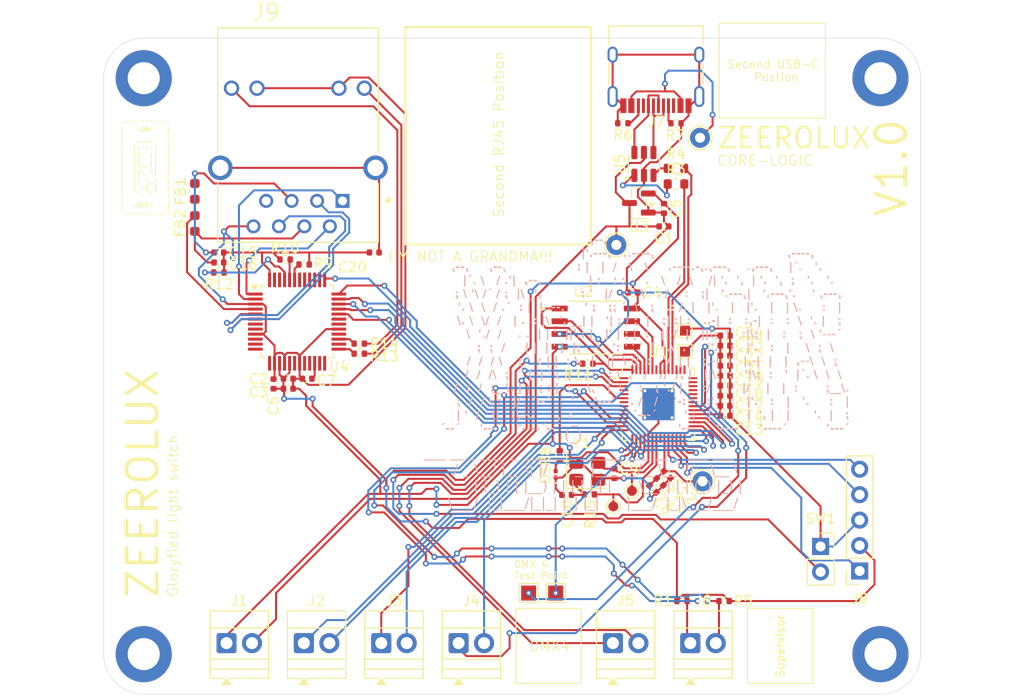
<source format=kicad_pcb>
(kicad_pcb (version 20241229) (generator "pcbnew") (generator_version "9.0")
  (layers (0 "F.Cu" signal) (2 "B.Cu" signal) (13 "F.Paste" user) (15 "B.Paste" user) (5 "F.SilkS" user "F.Silkscreen") (7 "B.SilkS" user "B.Silkscreen") (1 "F.Mask" user) (3 "B.Mask" user) (25 "Edge.Cuts" user))
  (net 0 "")
  (net 1 "+5V")
  (net 2 "GND")
  (net 3 "+3V3")
  (net 4 "Net-(U4-1V2O)")
  (net 5 "+1V1")
  (net 6 "XTAL_IN")
  (net 7 "/XTAL_O")
  (net 8 "Net-(C15-Pad1)")
  (net 9 "Net-(C16-Pad1)")
  (net 10 "Net-(C20-Pad1)")
  (net 11 "Net-(D1-A)")
  (net 12 "DMX1")
  (net 13 "DMXE1")
  (net 14 "DMX2")
  (net 15 "DMXE2")
  (net 16 "SURFACETX")
  (net 17 "SURFACERX")
  (net 18 "SCL")
  (net 19 "SDA")
  (net 20 "D_USB_P")
  (net 21 "Net-(J7-VBUS-PadA4)")
  (net 22 "D_USB_N")
  (net 23 "/CC1")
  (net 26 "/CC2")
  (net 27 "~{RESET}")
  (net 28 "SWCLK")
  (net 29 "SWD")
  (net 30 "RX+")
  (net 31 "RX-")
  (net 32 "ACTLED")
  (net 33 "TX-")
  (net 34 "LINKLED")
  (net 35 "TX+")
  (net 36 "/D_+")
  (net 37 "D_P")
  (net 38 "/D_-")
  (net 39 "D_N")
  (net 40 "Net-(U1-GPIO4)")
  (net 41 "Net-(U4-PMODE2)")
  (net 42 "Net-(U4-PMODE1)")
  (net 43 "CS")
  (net 44 "/~{USB_BOOT}")
  (net 45 "Net-(U4-PMODE0)")
  (net 46 "Net-(U4-LINKLED)")
  (net 47 "Net-(U4-ACTLED)")
  (net 48 "XTAL_OUT")
  (net 49 "SD2")
  (net 54 "SD1")
  (net 55 "SD0")
  (net 56 "SCS")
  (net 58 "DMX4")
  (net 59 "DMXE4")
  (net 60 "SD3")
  (net 62 "RST")
  (net 63 "DMXE3")
  (net 66 "QSPI_CLK")
  (net 68 "MOSI")
  (net 69 "DMX3")
  (net 70 "INT")
  (net 72 "MISO")
  (net 73 "SCLK")
  (footprint "Capacitor_SMD:C_0402_1005Metric" (layer "F.Cu") (at 58.92 61)
    (property "Reference" "C2")
    (property "Value" "1uF")
  )
  (footprint "Capacitor_SMD:C_0402_1005Metric" (layer "F.Cu") (at 102.5 57.7)
    (property "Reference" "C23")
    (property "Value" "100nF")
  )
  (footprint "Resistor_SMD:R_0402_1005Metric" (layer "F.Cu") (at 88.95 72.55)
    (property "Reference" "R15")
    (property "Value" "1k")
  )
  (footprint "Resistor_SMD:R_0402_1005Metric" (layer "F.Cu") (at 92.3 35.5 180)
    (property "Reference" "R6")
    (property "Value" "5k1")
  )
  (footprint "Resistor_SMD:R_0402_1005Metric" (layer "F.Cu") (at 58.6 49.1)
    (property "Reference" "R10")
    (property "Value" "10k")
  )
  (footprint "Resistor_SMD:R_0402_1005Metric" (layer "F.Cu") (at 66 57.5)
    (property "Reference" "R14")
    (property "Value" "1k")
  )
  (footprint "TestPoint:TestPoint_Pad_D1.0mm" (layer "F.Cu") (at 91.35 73.75)
    (property "Reference" "REF**" (hide yes))
    (property "Value" "TestPoint_Pad_D1.0mm")
  )
  (footprint "Capacitor_SMD:C_0402_1005Metric" (layer "F.Cu") (at 102.5 63.7)
    (property "Reference" "C14")
    (property "Value" "1uF")
  )
  (footprint "Capacitor_SMD:C_0402_1005Metric" (layer "F.Cu") (at 52 48.4)
    (property "Reference" "C15")
    (property "Value" "100nF")
  )
  (footprint "Capacitor_SMD:C_0402_1005Metric" (layer "F.Cu") (at 96 71.3 -45)
    (property "Reference" "C11")
    (property "Value" "100nF")
  )
  (footprint "MountingHole:MountingHole_3.2mm_M3_DIN965_Pad" (layer "F.Cu") (at 118 31)
    (property "Reference" "REF**" (hide yes))
    (property "Value" "MountingHole_3.2mm_M3_DIN965_Pad")
  )
  (footprint "HR911105A:HANRUN_HR911105A" (layer "F.Cu") (at 59.885 36.9)
    (property "Reference" "J9")
    (property "Value" "HR911105A")
  )
  (footprint "Resistor_SMD:R_0603_1608Metric" (layer "F.Cu") (at 97.6 40)
    (property "Reference" "R4")
    (property "Value" "27R")
  )
  (footprint "Capacitor_SMD:C_0402_1005Metric" (layer "F.Cu") (at 102.5 62.7)
    (property "Reference" "C17")
    (property "Value" "100nF")
  )
  (footprint "W25Q128JVSIM:SOIC127P790X216-8N" (layer "F.Cu") (at 89.6 55.9)
    (property "Reference" "U2")
    (property "Value" "W25Q128JVS")
  )
  (footprint "Capacitor_SMD:C_0402_1005Metric" (layer "F.Cu") (at 95.292894 72.007107 -45)
    (property "Reference" "C8")
    (property "Value" "1uF")
  )
  (footprint "TestPoint:TestPoint_Pad_1.0x1.0mm" (layer "F.Cu") (at 98.5 58.3)
    (property "Reference" "REF**" (hide yes))
    (property "Value" "TestPoint_Pad_1.0x1.0mm")
  )
  (footprint "Resistor_SMD:R_0402_1005Metric" (layer "F.Cu") (at 98.2 83.2)
    (property "Reference" "R1")
    (property "Value" "R")
  )
  (footprint "TestPoint:TestPoint_Pad_1.0x1.0mm" (layer "F.Cu") (at 98.5 56.2)
    (property "Reference" "REF**" (hide yes))
    (property "Value" "TestPoint_Pad_1.0x1.0mm")
  )
  (footprint "TestPoint:TestPoint_Pad_D1.0mm" (layer "F.Cu") (at 93.2 72.2)
    (property "Reference" "REF**" (hide yes))
    (property "Value" "TestPoint_Pad_D1.0mm")
  )
  (footprint "Capacitor_SMD:C_0402_1005Metric" (layer "F.Cu") (at 96.4 44 90)
    (property "Reference" "C5")
    (property "Value" "1uF")
  )
  (footprint "Capacitor_SMD:C_0402_1005Metric" (layer "F.Cu") (at 102.5 56.7)
    (property "Reference" "C24")
    (property "Value" "100nF")
  )
  (footprint "MountingHole:MountingHole_3.2mm_M3_DIN965_Pad" (layer "F.Cu") (at 44.5 31)
    (property "Reference" "REF**" (hide yes))
    (property "Value" "MountingHole_3.2mm_M3_DIN965_Pad")
  )
  (footprint "Inductor_SMD:L_0603_1608Metric" (layer "F.Cu") (at 49.6 45.5 -90)
    (property "Reference" "FB2")
    (property "Value" "FerriteBead")
  )
  (footprint "Crystal:Crystal_SMD_3225-4Pin_3.2x2.5mm" (layer "F.Cu") (at 88.75 70.25)
    (property "Reference" "Y1")
    (property "Value" "12MHz")
  )
  (footprint "Capacitor_SMD:C_0402_1005Metric" (layer "F.Cu") (at 102.5 60.7)
    (property "Reference" "C19")
    (property "Value" "100nF")
  )
  (footprint "Capacitor_SMD:C_0402_1005Metric" (layer "F.Cu") (at 96.4 45.8 180)
    (property "Reference" "C1")
    (property "Value" "1uF")
  )
  (footprint "Resistor_SMD:R_0402_1005Metric" (layer "F.Cu") (at 97.6 35.5)
    (property "Reference" "R7")
    (property "Value" "5k1")
  )
  (footprint "Capacitor_SMD:C_0402_1005Metric" (layer "F.Cu") (at 102.5 59.7)
    (property "Reference" "C21")
    (property "Value" "100nF")
  )
  (footprint "Resistor_SMD:R_0402_1005Metric" (layer "F.Cu") (at 102.4 83.2 180)
    (property "Reference" "R5")
    (property "Value" "R")
  )
  (footprint "Resistor_SMD:R_0402_1005Metric" (layer "F.Cu") (at 60.5 49.6 180)
    (property "Reference" "R9")
    (property "Value" "10k")
  )
  (footprint "MountingHole:MountingHole_3.2mm_M3_DIN965_Pad" (layer "F.Cu") (at 44.5 88.5)
    (property "Reference" "REF**" (hide yes))
    (property "Value" "MountingHole_3.2mm_M3_DIN965_Pad")
  )
  (footprint "Capacitor_SMD:C_0402_1005Metric" (layer "F.Cu") (at 102.5 61.7)
    (property "Reference" "C18")
    (property "Value" "100nF")
  )
  (footprint "TerminalBlock:TerminalBlock_Xinya_XY308-2.54-2P_1x02_P2.54mm_Horizontal" (layer "F.Cu") (at 52.76 87.4)
    (property "Reference" "J1")
    (property "Value" "Screw_Terminal_01x02")
  )
  (footprint "Connector_PinSocket_2.54mm:PinSocket_1x05_P2.54mm_Vertical" (layer "F.Cu") (at 115.925 80.2 180)
    (property "Reference" "J8")
    (property "Value" "SWD")
  )
  (footprint "Resistor_SMD:R_0402_1005Metric" (layer "F.Cu") (at 52 50.4 180)
    (property "Reference" "R12")
    (property "Value" "10k")
  )
  (footprint "TestPoint:TestPoint_THTPad_D2.0mm_Drill1.0mm" (layer "F.Cu") (at 100 36.95)
    (property "Reference" "REF**" (hide yes))
    (property "Value" "TestPoint_THTPad_D2.0mm_Drill1.0mm")
  )
  (footprint "Resistor_SMD:R_0402_1005Metric" (layer "F.Cu") (at 86 68.7 90)
    (property "Reference" "R8")
    (property "Value" "1k")
  )
  (footprint "TestPoint:TestPoint_THTPad_D2.0mm_Drill1.0mm" (layer "F.Cu") (at 91.65 47.65)
    (property "Reference" "REF**" (hide yes))
    (property "Value" "TestPoint_THTPad_D2.0mm_Drill1.0mm")
  )
  (footprint "LED_SMD:LED_0201_0603Metric" (layer "F.Cu") (at 85.6 70.55 90)
    (property "Reference" "D1")
    (property "Value" "LED")
  )
  (footprint "Package_QFP:LQFP-48_7x7mm_P0.5mm" (layer "F.Cu") (at 59.8 55.3)
    (property "Reference" "U4")
    (property "Value" "W5500")
  )
  (footprint "Resistor_SMD:R_0402_1005Metric" (layer "F.Cu") (at 66 58.5)
    (property "Reference" "R13")
    (property "Value" "1k")
  )
  (footprint "Capacitor_SMD:C_0402_1005Metric" (layer "F.Cu") (at 93.3 52.4 180)
    (property "Reference" "C4")
    (property "Value" "100nF")
  )
  (footprint "Capacitor_SMD:C_0402_1005Metric" (layer "F.Cu") (at 102.5 58.7)
    (property "Reference" "C22")
    (property "Value" "100nF")
  )
  (footprint "TerminalBlock:TerminalBlock_Xinya_XY308-2.54-2P_1x02_P2.54mm_Horizontal" (layer "F.Cu") (at 99.027143 87.4)
    (property "Reference" "J6")
    (property "Value" "Screw_Terminal_01x02")
  )
  (footprint "TerminalBlock:TerminalBlock_Xinya_XY308-2.54-2P_1x02_P2.54mm_Horizontal" (layer "F.Cu") (at 60.477857 87.4)
    (property "Reference" "J2")
    (property "Value" "Screw_Terminal_01x02")
  )
  (footprint "Connector_PinSocket_2.54mm:PinSocket_1x02_P2.54mm_Vertical" (layer "F.Cu") (at 112.025 77.75)
    (property "Reference" "SW1")
    (property "Value" "SW_Push")
  )
  (footprint "Capacitor_SMD:C_0402_1005Metric" (layer "F.Cu") (at 91.45 70.47 90)
    (property "Reference" "C9")
    (property "Value" "22pF")
  )
  (footprint "Inductor_SMD:L_0603_1608Metric" (layer "F.Cu") (at 49.6 42.3 90)
    (property "Reference" "FB1")
    (property "Value" "FerriteBead")
  )
  (footprint "MountingHole:MountingHole_3.2mm_M3_DIN965_Pad" (layer "F.Cu") (at 118 88.5)
    (property "Reference" "REF**" (hide yes))
    (property "Value" "MountingHole_3.2mm_M3_DIN965_Pad")
  )
  (footprint "TerminalBlock:TerminalBlock_Xinya_XY308-2.54-2P_1x02_P2.54mm_Horizontal" (layer "F.Cu") (at 75.913571 87.4)
    (property "Reference" "J4")
    (property "Value" "Screw_Terminal_01x02")
  )
  (footprint "Capacitor_SMD:C_0402_1005Metric" (layer "F.Cu") (at 67.5 48.4 180)
    (property "Reference" "C20")
    (property "Value" "1nF")
  )
  (footprint "Resistor_SMD:R_0402_1005Metric" (layer "F.Cu") (at 88.8 59.5)
    (property "Reference" "R11")
    (property "Value" "1k")
  )
  (footprint "Capacitor_SMD:C_0402_1005Metric" (layer "F.Cu") (at 102.5 64.7)
    (property "Reference" "C13")
    (property "Value" "10uF")
  )
  (footprint "Capacitor_SMD:C_0402_1005Metric" (layer "F.Cu") (at 60.8 61 180)
    (property "Reference" "C7")
    (property "Value" "1uF")
  )
  (footprint "TestPoint:TestPoint_Pad_1.5x1.5mm" (layer "F.Cu") (at 82.9 82.4)
    (property "Reference" "REF**" (hide yes))
    (property "Value" "TestPoint_Pad_1.5x1.5mm")
  )
  (footprint "Resistor_SMD:R_0603_1608Metric" (layer "F.Cu") (at 97.6 41.5625)
    (property "Reference" "R3")
    (property "Value" "27R")
  )
  (footprint "Package_DFN_QFN:QFN-56-1EP_7x7mm_P0.4mm_EP3.2x3.2mm_ThermalVias" (layer "F.Cu") (at 95.85 63.55)
    (property "Reference" "U1")
    (property "Value" "RP2040")
  )
  (footprint "TestPoint:TestPoint_THTPad_D2.0mm_Drill1.0mm" (layer "F.Cu") (at 100.25 71.25)
    (property "Reference" "REF**" (hide yes))
    (property "Value" "TestPoint_THTPad_D2.0mm_Drill1.0mm")
  )
  (footprint "TerminalBlock:TerminalBlock_Xinya_XY308-2.54-2P_1x02_P2.54mm_Horizontal" (layer "F.Cu") (at 68.195714 87.4)
    (property "Reference" "J3")
    (property "Value" "Screw_Terminal_01x02")
  )
  (footprint "TestPoint:TestPoint_Pad_1.5x1.5mm" (layer "F.Cu") (at 85.6 82.4)
    (property "Reference" "REF**" (hide yes))
    (property "Value" "TestPoint_Pad_1.5x1.5mm")
  )
  (footprint "Connector_USB:USB_C_Receptacle_HRO_TYPE-C-31-M-12" (layer "F.Cu") (at 95.6 29.7 180)
    (property "Reference" "J7")
    (property "Value" "USB_C_Receptacle_USB2.0")
  )
  (footprint "Capacitor_SMD:C_0402_1005Metric" (layer "F.Cu") (at 86.7 72.6)
    (property "Reference" "C10")
    (property "Value" "22pF")
  )
  (footprint "Capacitor_SMD:C_0402_1005Metric" (layer "F.Cu") (at 52 49.4)
    (property "Reference" "C16")
    (property "Value" "100nF")
  )
  (footprint "TerminalBlock:TerminalBlock_Xinya_XY308-2.54-2P_1x02_P2.54mm_Horizontal" (layer "F.Cu") (at 91.309286 87.4)
    (property "Reference" "J5")
    (property "Value" "Screw_Terminal_01x02")
  )
  (footprint "Package_TO_SOT_SMD:SOT-23-6" (layer "F.Cu") (at 94.4 39.5625 90)
    (property "Reference" "U5")
    (property "Value" "USBLC6-2SC6")
  )
  (footprint "Package_TO_SOT_SMD:SOT-23" (layer "F.Cu") (at 93.9 43.4625 180)
    (property "Reference" "U3")
    (property "Value" "XC6206PxxxMR-Regulator_Linear")
  )
  (footprint "Capacitor_SMD:C_0402_1005Metric" (layer "F.Cu") (at 58.92 62)
    (property "Reference" "C3")
    (property "Value" "100nF")
  )
  (footprint "Capacitor_SMD:C_0402_1005Metric" (layer "F.Cu") (at 96.707107 70.592893 -45)
    (property "Reference" "C12")
    (property "Value" "100nF")
  )
  (footprint "Capacitor_SMD:C_0402_1005Metric" (layer "F.Cu") (at 57.45 61.52 90)
    (property "Reference" "C6")
    (property "Value" "1uF")
  )
  (gr_rect (start 101.9 25.5) (end 112.5 35) (stroke (width 0.1)) (fill no) (layer "F.SilkS"))
  (gr_rect (start 70.6 25.9) (end 89.1 47.6) (stroke (width 0.2)) (fill no) (layer "F.SilkS"))
  (gr_rect (start 104.75 83.9325) (end 111.25 91.4325) (stroke (width 0.1)) (fill no) (layer "F.SilkS"))
  (gr_rect (start 81.636429 83.9325) (end 88.136429 91.4325) (stroke (width 0.1)) (fill no) (layer "F.SilkS"))
  (gr_arc (start 44.5 92.5) (mid 41.671573 91.328427) (end 40.5 88.5) (stroke (width 0.05)) (layer "Edge.Cuts"))
  (gr_line (start 118 92.5) (end 44.5 92.5) (stroke (width 0.05)) (layer "Edge.Cuts"))
  (gr_line (start 40.5 88.5) (end 40.5 31) (stroke (width 0.05)) (layer "Edge.Cuts"))
  (gr_arc (start 118 27) (mid 120.828427 28.171573) (end 122 31) (stroke (width 0.05)) (layer "Edge.Cuts"))
  (gr_line (start 122 31) (end 122 88.5) (stroke (width 0.05)) (layer "Edge.Cuts"))
  (gr_arc (start 40.5 31) (mid 41.671573 28.171573) (end 44.5 27) (stroke (width 0.05)) (layer "Edge.Cuts"))
  (gr_arc (start 122 88.5) (mid 120.828427 91.328427) (end 118 92.5) (stroke (width 0.05)) (layer "Edge.Cuts"))
  (gr_line (start 44.5 27) (end 118 27) (stroke (width 0.05)) (layer "Edge.Cuts"))
  (gr_text "ZEEROLUX" (at 101.6 38.15 0) (layer "F.SilkS") (effects (font (size 2 2) (thickness 0.25)) (justify left bottom)))
  (gr_text "V1.0" (at 120.85 45.05 90) (layer "F.SilkS") (effects (font (size 3 3) (thickness 0.375)) (justify left bottom)))
  (gr_text "DMX 4 \nTest Point\n\n" (at 81.4 82.2 0) (layer "F.SilkS") (effects (font (size 0.7 0.7) (thickness 0.0875)) (justify left bottom)))
  (gr_text "Second USB-C \nPostion" (at 107.6 30.25 0) (layer "F.SilkS") (effects (font (size 0.8 0.8) (thickness 0.1))))
  (gr_text "Supervisor" (at 108 87.6825 90) (layer "F.SilkS") (effects (font (size 0.8 0.8) (thickness 0.15) (bold yes))))
  (gr_text ".----------.\n|   ~ON~   |\n|   ____   |\n|  |.--.|  |\n|  ||  ||  |\n|  ||__||  |\n|  ||\\ \\|  |\n|  |\\ \\_\\  |\n|  |_\\[_]  |\n|          |\n|  ~OFF~   |\n'----------'" (at 42.1 44.85 0) (layer "F.SilkS") (effects (font (size 0.5 0.5) (thickness 0.1) (bold yes)) (justify left bottom)))
  (gr_text "ZEEROLUX" (at 46.15 83.15 90) (layer "F.SilkS") (effects (font (size 3 3) (thickness 0.375)) (justify left bottom)))
  (gr_text "CORE-LOGIC" (at 101.65 39.8 0) (layer "F.SilkS") (effects (font (size 1 1) (thickness 0.1)) (justify left bottom)))
  (gr_text "I'M NOT A GRANDMA!!!" (at 68.8 49.4 0) (layer "F.SilkS") (effects (font (size 1 1) (thickness 0.1)) (justify left bottom)))
  (gr_text "Gloryfied light switch" (at 48 82.85 90) (layer "F.SilkS") (effects (font (size 1 1) (thickness 0.1)) (justify left bottom)))
  (gr_text "Second RJ45 Position\n" (at 80.5 45 90) (layer "F.SilkS") (effects (font (size 1 1) (thickness 0.1)) (justify left bottom)))
  (gr_text "DMX4" (at 82.9 88.3 0) (layer "F.SilkS") (effects (font (size 1 1) (thickness 0.1)) (justify left bottom)))
  (gr_text "                                     _                \n                                    (_)               \n  ___ ___  _ __ ___ ______ _ __ ___  _  ___ _ __ ___  \n / __/ _ \\| '__/ _ \\______| '_ ` _ \\| |/ __| '__/ _ \\ \n| (_| (_) | | |  __/      | | | | | | | (__| | | (_) |\n \\___\\___/|_|  \\___|      |_| |_| |_|_|\\___|_|  \\___/ \n                                                      \n                                                      " (at 104.25 77.4 0) (layer "B.SilkS") (effects (font (size 1 1) (thickness 0.125)) (justify left bottom mirror)))
  (gr_text "                                                              ,--,                                 \n         ,----,                                  ,----..   ,---.'|                                 \n       .'   .`|    ,---,.    ,---,.,-.----.     /   /   \\  |   | :                  ,--,     ,--,  \n    .'   .'   ;  ,'  .' |  ,'  .' |\\    /  \\   /   .     : :   : |            ,--,  |'. \\   / .`|  \n  ,---, '    .',---.'   |,---.'   |;   :    \\ .   /   ;.  \\|   ' :          ,'_ /|  ; \\ `\\ /' / ;  \n  |   :     ./ |   |   .'|   |   .'|   | .\\ :.   ;   /  ` ;;   ; '     .--. |  | :  `. \\  /  / .'  \n  ;   | .'  /  :   :  |-,:   :  |-,.   : |: |;   |  ; \\ ; |'   | |__ ,'_ /| :  . |   \\  \\/  / ./   \n  `---' /  ;   :   |  ;/|:   |  ;/||   |  \\ :|   :  | ; | '|   | :.'||  ' | |  . .    \\  \\.'  /    \n    /  ;  /    |   :   .'|   :   .'|   : .  /.   |  ' ' ' :'   :    ;|  | ' |  | |     \\  ;  ;     \n   ;  /  /--,  |   |  |-,|   |  |-,;   | |  \\'   ;  \\; /  ||   |  ./ :  | | :  ' ;    / \\  \\  \\    \n  /  /  / .`|  '   :  ;/|'   :  ;/||   | ;\\  \\\\   \\  ',  / ;   : ;   |  ; ' |  | '   ;  /\\  \\  \\   \n./__;       :  |   |    \\|   |    \\:   ' | \\.' ;   :    /  |   ,/    :  | : ;  ; | ./__;  \\  ;  \\  \n|   :     .'   |   :   .'|   :   .':   : :-'    \\   \\ .'   '---'     '  :  `--'   \\|   : / \\  \\  ; \n;   |  .'      |   | ,'  |   | ,'  |   |.'       `---`               :  ,      .-./;   |/   \\  ' | \n`---'          `----'    `----'    `---'                              `--`----'    `---'     `--`  \n                                                                                                   " (at 114.9 67.8 0) (layer "B.SilkS") (effects (font (size 0.8 0.8) (thickness 0.2) (bold yes)) (justify left bottom mirror)))
  (segment (start 76.8 73) (end 83.6 66.2) (width 0.2) (layer "F.Cu") (net 1))
  (segment (start 91.6 40.8625) (end 91.6 42.4) (width 0.2) (layer "F.Cu") (net 1))
  (segment (start 94.4 39.127468) (end 94.064968 39.4625) (width 0.2) (layer "F.Cu") (net 1))
  (segment (start 90.625 45.8) (end 91.65 45.8) (width 0.2) (layer "F.Cu") (net 1))
  (segment (start 94.064968 39.4625) (end 93 39.4625) (width 0.2) (layer "F.Cu") (net 1))
  (segment (start 67.1 73) (end 76.8 73) (width 0.2) (layer "F.Cu") (net 1))
  (segment (start 94.4 38.425) (end 94.4 39.127468) (width 0.2) (layer "F.Cu") (net 1))
  (segment (start 91.65 45.8) (end 95.92 45.8) (width 0.2) (layer "F.Cu") (net 1))
  (segment (start 95.92 45.8) (end 92.9625 45.8) (width 0.2) (layer "F.Cu") (net 1))
  (segment (start 83.6 66.2) (end 83.6 52.825) (width 0.2) (layer "F.Cu") (net 1))
  (segment (start 55.3 87.4) (end 57.7 85) (width 0.2) (layer "F.Cu") (net 1))
  (segment (start 57.7 82.4) (end 67.1 73) (width 0.2) (layer "F.Cu") (net 1))
  (segment (start 92.6625 43.4625) (end 92.9625 43.4625) (width 0.2) (layer "F.Cu") (net 1))
  (segment (start 83.6 52.825) (end 90.625 45.8) (width 0.2) (layer "F.Cu") (net 1))
  (segment (start 91.65 47.65) (end 91.65 45.8) (width 0.2) (layer "F.Cu") (net 1))
  (segment (start 91.6 42.4) (end 92.6625 43.4625) (width 0.2) (layer "F.Cu") (net 1))
  (segment (start 57.7 85) (end 57.7 82.4) (width 0.2) (layer "F.Cu") (net 1))
  (segment (start 93 39.4625) (end 91.6 40.8625) (width 0.2) (layer "F.Cu") (net 1))
  (segment (start 92.9625 45.8) (end 92.9625 43.4625) (width 0.2) (layer "F.Cu") (net 1))
  (segment (start 92.95 43.45) (end 92.9625 43.4625) (width 0.2) (layer "F.Cu") (net 1))
  (segment (start 88.7 68.35) (end 87.65 69.4) (width 0.2) (layer "F.Cu") (net 2))
  (segment (start 92.421232 69.95) (end 90.821232 68.35) (width 0.2) (layer "F.Cu") (net 2))
  (segment (start 88.15 69.4) (end 87.65 69.4) (width 0.2) (layer "F.Cu") (net 2))
  (segment (start 53.01 45.79) (end 52.5 46.3) (width 0.2) (layer "F.Cu") (net 2))
  (segment (start 57.05 50.15) (end 56.3 49.4) (width 0.2) (layer "F.Cu") (net 2))
  (segment (start 57.4 48.41) (end 57.4 48.4) (width 0.2) (layer "F.Cu") (net 2))
  (segment (start 94.65 44.6) (end 94.8375 44.4125) (width 0.2) (layer "F.Cu") (net 2))
  (segment (start 87.65 69.4) (end 87.65 69.5) (width 0.2) (layer "F.Cu") (net 2))
  (segment (start 98.11 36.969468) (end 98.11 35.5) (width 0.2) (layer "F.Cu") (net 2))
  (segment (start 59.4 61) (end 60.32 61) (width 0.2) (layer "F.Cu") (net 2))
  (segment (start 57.817176 58.424) (end 57.55 58.691176) (width 0.2) (layer "F.Cu") (net 2))
  (segment (start 91.28 32.83) (end 91.28 28.65) (width 0.2) (layer "F.Cu") (net 2))
  (segment (start 101.2 56) (end 102.96 56) (width 0.2) (layer "F.Cu") (net 2))
  (segment (start 90 70.95) (end 89.85 71.1) (width 0.2) (layer "F.Cu") (net 2))
  (segment (start 60.05 59.4625) (end 60.05 60.73) (width 0.2) (layer "F.Cu") (net 2))
  (segment (start 102.98 56.7) (end 102.98 64.7) (width 0.2) (layer "F.Cu") (net 2))
  (segment (start 92 52.4) (end 92.82 52.4) (width 0.2) (layer "F.Cu") (net 2))
  (segment (start 96.4 44.48) (end 96.4 45.32) (width 0.2) (layer "F.Cu") (net 2))
  (segment (start 60.05 60.73) (end 60.32 61) (width 0.2) (layer "F.Cu") (net 2))
  (segment (start 70.602 34.584448) (end 70.602 55.9322) (width 0.2) (layer "F.Cu") (net 2))
  (segment (start 61 48.4) (end 67.02 48.4) (width 0.2) (layer "F.Cu") (net 2))
  (segment (start 55.8 32) (end 63.97 32) (width 0.2) (layer "F.Cu") (net 2))
  (segment (start 56.676 56.282824) (end 56.676 53.817176) (width 0.2) (layer "F.Cu") (net 2))
  (segment (start 72.7 72) (end 72.2 72.5) (width 0.2) (layer "F.Cu") (net 2))
  (segment (start 94.85 66.9875) (end 94.85 69.25) (width 0.2) (layer "F.Cu") (net 2))
  (segment (start 90.821232 68.35) (end 88.7 68.35) (width 0.2) (layer "F.Cu") (net 2))
  (segment (start 53.4 48.4) (end 56.3 48.4) (width 0.2) (layer "F.Cu") (net 2))
  (segment (start 56.676 53.817176) (end 56.408824 53.55) (width 0.2) (layer "F.Cu") (net 2))
  (segment (start 96.3325 44.4125) (end 96.4 44.48) (width 0.2) (layer "F.Cu") (net 2))
  (segment (start 96.3 71.678822) (end 96.339411 71.639411) (width 0.2) (layer "F.Cu") (net 2))
  (segment (start 98.85 33.745) (end 99.005 33.745) (width 0.2) (layer "F.Cu") (net 2))
  (segment (start 112.025 73.745) (end 112.025 77.75) (width 0.2) (layer "F.Cu") (net 2))
  (segment (start 61.01 48.41) (end 61 48.4) (width 0.2) (layer "F.Cu") (net 2))
  (segment (start 68.1 72.5) (end 68.1 71.1) (width 0.2) (layer "F.Cu") (net 2))
  (segment (start 94.8375 44.4125) (end 96.3325 44.4125) (width 0.2) (layer "F.Cu") (net 2))
  (segment (start 99.005 33.745) (end 99.92 32.83) (width 0.2) (layer "F.Cu") (net 2))
  (segment (start 87.65 69.5) (end 86.28 70.87) (width 0.2) (layer "F.Cu") (net 2))
  (segment (start 58.09 49.1) (end 57.4 48.41) (width 0.2) (layer "F.Cu") (net 2))
  (segment (start 56.3 48.4) (end 57.4 48.4) (width 0.2) (layer "F.Cu") (net 2))
  (segment (start 94.85 66.45) (end 95.85 65.45) (width 0.2) (layer "F.Cu") (net 2))
  (segment (start 94.8375 43.891968) (end 94.8375 44.4125) (width 0.2) (layer "F.Cu") (net 2))
  (segment (start 72.2 72.5) (end 68.1 72.5) (width 0.2) (layer "F.Cu") (net 2))
  (segment (start 95.85 65.45) (end 95.85 63.55) (width 0.2) (layer "F.Cu") (net 2))
  (segment (start 82.9 67.5) (end 85.3 67.5) (width 0.2) (layer "F.Cu") (net 2))
  (segment (start 52.51 49.43) (end 52.48 49.4) (width 0.2) (layer "F.Cu") (net 2))
  (segment (start 52.48 48.4) (end 52.48 49.4) (width 0.2) (layer "F.Cu") (net 2))
  (segment (start 59.782824 58.424) (end 60.05 58.691176) (width 0.2) (layer "F.Cu") (net 2))
  (segment (start 56.408824 56.55) (end 55.6375 56.55) (width 0.2) (layer "F.Cu") (net 2))
  (segment (start 92.4 70.95) (end 90 70.95) (width 0.2) (layer "F.Cu") (net 2))
  (segment (start 60.7 63.7) (end 60.7 62.7) (width 0.2) (layer "F.Cu") (net 2))
  (segment (start 68.1 72.5) (end 66.9 72.5) (width 0.2) (layer "F.Cu") (net 2))
  (segment (start 95 73) (end 96.3 71.7) (width 0.2) (layer "F.Cu") (net 2))
  (segment (start 89.85 71.1) (end 88.15 69.4) (width 0.2) (layer "F.Cu") (net 2))
  (segment (start 56.408824 56.55) (end 56.676 56.282824) (width 0.2) (layer "F.Cu") (net 2))
  (segment (start 68.1 71.1) (end 60.7 63.7) (width 0.2) (layer "F.Cu") (net 2))
  (segment (start 60 62) (end 59.4 62) (width 0.2) (layer "F.Cu") (net 2))
  (segment (start 58.282824 58.424) (end 57.817176 58.424) (width 0.2) (layer "F.Cu") (net 2))
  (segment (start 55.445 45.79) (end 53.01 45.79) (width 0.2) (layer "F.Cu") (net 2))
  (segment (start 66.951552 30.934) (end 70.602 34.584448) (width 0.2) (layer "F.Cu") (net 2))
  (segment (start 58.55 58.691176) (end 58.817176 58.424) (width 0.2) (layer "F.Cu") (net 2))
  (segment (start 94.4 41.570532) (end 93.799 42.171532) (width 0.2) (layer "F.Cu") (net 2))
  (segment (start 94.4 40.7) (end 94.4 39.997532) (width 0.2) (layer "F.Cu") (net 2))
  (segment (start 94.85 66.9875) (end 94.85 66.45) (width 0.2) (layer "F.Cu") (net 2))
  (segment (start 93.799 42.853468) (end 94.8375 43.891968) (width 0.2) (layer "F.Cu") (net 2))
  (segment (start 87 67.9) (end 87 68.75) (width 0.2) (layer "F.Cu") (net 2))
  (segment (start 87 68.75) (end 87.65 69.4) (width 0.2) (layer "F.Cu") (net 2))
  (segment (start 58.817176 58.424) (end 59.782824 58.424) (width 0.2) (layer "F.Cu") (net 2))
  (segment (start 57.55 59.4625) (end 57.55 57.691176) (width 0.2) (layer "F.Cu") (net 2))
  (segment (start 85.3 67.5) (end 85.3 58.5) (width 0.2) (layer "F.Cu") (net 2))
  (segment (start 85.6 71.98) (end 86.22 72.6) (width 0.2) (layer "F.Cu") (net 2))
  (segment (start 59.4 61) (end 59.4 62) (width 0.2) (layer "F.Cu") (net 2))
  (segment (start 63.97 32) (end 65.036 30.934) (width 0.2) (layer "F.Cu") (net 2))
  (segment (start 94.15 69.95) (end 92.421232 69.95) (width 0.2) (layer "F.Cu") (net 2))
  (segment (start 57.4 48.4) (end 61 48.4) (width 0.2) (layer "F.Cu") (net 2))
  (segment (start 56.3 49.4) (end 56.3 48.4) (width 0.2) (layer "F.Cu") (net 2))
  (segment (start 93.799 42.171532) (end 93.799 42.853468) (width 0.2) (layer "F.Cu") (net 2))
  (segment (start 58.55 58.691176) (end 58.282824 58.424) (width 0.2) (layer "F.Cu") (net 2))
  (segment (start 57.55 60.94) (end 57.45 61.04) (width 0.2) (layer "F.Cu") (net 2))
  (segment (start 102.98 56.02) (end 102.98 56.7) (width 0.2) (layer "F.Cu") (net 2))
  (segment (start 52.51 50.4) (end 52.51 49.43) (width 0.2) (layer "F.Cu") (net 2))
  (segment (start 52.76 86.64) (end 52.76 87.4) (width 0.2) (layer "F.Cu") (net 2))
  (segment (start 91.28 28.65) (end 99.92 28.65) (width 0.2) (layer "F.Cu") (net 2))
  (segment (start 96.3 71.7) (end 96.3 71.678822) (width 0.2) (layer "F.Cu") (net 2))
  (segment (start 91.79 34.305) (end 92.35 33.745) (width 0.2) (layer "F.Cu") (net 2))
  (segment (start 98.7 56) (end 98.5 56.2) (width 0.2) (layer "F.Cu") (net 2))
  (segment (start 53.4 48.4) (end 52.48 48.4) (width 0.2) (layer "F.Cu") (net 2))
  (segment (start 62.691176 56.05) (end 60.05 58.691176) (width 0.2) (layer "F.Cu") (net 2))
  (segment (start 66.9 72.5) (end 52.76 86.64) (width 0.2) (layer "F.Cu") (net 2))
  (segment (start 63.9625 56.05) (end 62.691176 56.05) (width 0.2) (layer "F.Cu") (net 2))
  (segment (start 85.3 58.5) (end 85.995 57.805) (width 0.2) (layer "F.Cu") (net 2))
  (segment (start 94.85 69.25) (end 94.15 69.95) (width 0.2) (layer "F.Cu") (net 2))
  (segment (start 64.9232 61.611) (end 60.931 61.611) (width 0.2) (layer "F.Cu") (net 2))
  (segment (start 58.55 59.4625) (end 58.55 58.691176) (width 0.2) (layer "F.Cu") (net 2))
  (segment (start 60.05 58.691176) (end 60.05 59.4625) (width 0.2) (layer "F.Cu") (net 2))
  (segment (start 60.7 62.7) (end 60 62) (width 0.2) (layer "F.Cu") (net 2))
  (segment (start 70.602 55.9322) (end 64.9232 61.611) (width 0.2) (layer "F.Cu") (net 2))
  (segment (start 60.931 61.611) (end 60.32 61) (width 0.2) (layer "F.Cu") (net 2))
  (segment (start 91.79 35.5) (end 91.79 34.305) (width 0.2) (layer "F.Cu") (net 2))
  (segment (start 57.55 58.691176) (end 57.55 59.4625) (width 0.2) (layer "F.Cu") (net 2))
  (segment (start 96.88 45.8) (end 92.699 49.981) (width 0.2) (layer "F.Cu") (net 2))
  (segment (start 92.699 49.981) (end 92.699 52.279) (width 0.2) (layer "F.Cu") (net 2))
  (segment (start 73.7 72) (end 72.7 72) (width 0.2) (layer "F.Cu") (net 2))
  (segment (start 95.009032 39.3885) (end 95.690968 39.3885) (width 0.2) (layer "F.Cu") (net 2))
  (segment (start 94.4 40.7) (end 94.4 41.570532) (width 0.2) (layer "F.Cu") (net 2))
  (segment (start 61.01 49.6) (end 61.01 48.41) (width 0.2) (layer "F.Cu") (net 2))
  (segment (start 56.408824 53.55) (end 55.6375 53.55) (width 0.2) (layer "F.Cu") (net 2))
  (segment (start 98.85 34.76) (end 98.11 35.5) (width 0.2) (layer "F.Cu") (net 2))
  (segment (start 52.85 53.55) (end 55.6375 53.55) (width 0.2) (layer "F.Cu") (net 2))
  (segment (start 96.4 45.32) (end 96.88 45.8) (width 0.2) (layer "F.Cu") (net 2))
  (segment (start 53.4 48.4) (end 53.4 48.95) (width 0.2) (layer "F.Cu") (net 2))
  (segment (start 57.55 57.691176) (end 56.408824 56.55) (width 0.2) (layer "F.Cu") (net 2))
  (segment (start 92.699 52.279) (end 92.82 52.4) (width 0.2) (layer "F.Cu") (net 2))
  (segment (start 98.85 33.745) (end 98.85 34.76) (width 0.2) (layer "F.Cu") (net 2))
  (segment (start 95.690968 39.3885) (end 98.11 36.969468) (width 0.2) (layer "F.Cu") (net 2))
  (segment (start 91.435 32.83) (end 92.35 33.745) (width 0.2) (layer "F.Cu") (net 2))
  (segment (start 86.28 70.87) (end 85.6 70.87) (width 0.2) (layer "F.Cu") (net 2))
  (segment (start 91.28 32.83) (end 91.435 32.83) (width 0.2) (layer "F.Cu") (net 2))
  (segment (start 97.046518 70.932304) (end 96.339411 71.639411) (width 0.2) (layer "F.Cu") (net 2))
  (segment (start 99.92 32.83) (end 99.92 28.65) (width 0.2) (layer "F.Cu") (net 2))
  (segment (start 57.55 59.4625) (end 57.55 60.94) (width 0.2) (layer "F.Cu") (net 2))
  (segment (start 73.7 73.6) (end 76.8 73.6) (width 0.2) (layer "F.Cu") (net 2))
  (segment (start 101.2 56) (end 98.7 56) (width 0.2) (layer "F.Cu") (net 2))
  (segment (start 76.8 73.6) (end 82.9 67.5) (width 0.2) (layer "F.Cu") (net 2))
  (segment (start 65.036 30.934) (end 66.951552 30.934) (width 0.2) (layer "F.Cu") (net 2))
  (segment (start 102.98 64.7) (end 112.025 73.745) (width 0.2) (layer "F.Cu") (net 2))
  (segment (start 102.96 56) (end 102.98 56.02) (width 0.2) (layer "F.Cu") (net 2))
  (segment (start 85.6 70.87) (end 85.6 71.98) (width 0.2) (layer "F.Cu") (net 2))
  (segment (start 57.05 51.1375) (end 57.05 50.15) (width 0.2) (layer "F.Cu") (net 2))
  (segment (start 52.375 53.075) (end 52.85 53.55) (width 0.2) (layer "F.Cu") (net 2))
  (segment (start 94.4 39.997532) (end 95.009032 39.3885) (width 0.2) (layer "F.Cu") (net 2))
  (via (at 92.4 70.95) (size 0.6) (drill 0.3) (layers "F.Cu" "B.Cu") (net 2))
  (via (at 73.7 73.6) (size 0.6) (drill 0.3) (layers "F.Cu" "B.Cu") (net 2))
  (via (at 85.995 57.805) (size 0.6) (drill 0.3) (layers "F.Cu" "B.Cu") (net 2))
  (via (at 101.2 56) (size 0.6) (drill 0.3) (layers "F.Cu" "B.Cu") (net 2))
  (via (at 95 73) (size 0.6) (drill 0.3) (layers "F.Cu" "B.Cu") (net 2))
  (via (at 73.7 72) (size 0.6) (drill 0.3) (layers "F.Cu" "B.Cu") (net 2))
  (via (at 52.5 46.3) (size 0.6) (drill 0.3) (layers "F.Cu" "B.Cu") (net 2))
  (via (at 87 67.9) (size 0.6) (drill 0.3) (layers "F.Cu" "B.Cu") (net 2))
  (via (at 53.4 48.95) (size 0.6) (drill 0.3) (layers "F.Cu" "B.Cu") (net 2))
  (via (at 52.375 53.075) (size 0.6) (drill 0.3) (layers "F.Cu" "B.Cu") (net 2))
  (via (at 85.3 67.5) (size 0.6) (drill 0.3) (layers "F.Cu" "B.Cu") (net 2))
  (via (at 92 52.4) (size 0.6) (drill 0.3) (layers "F.Cu" "B.Cu") (net 2))
  (segment (start 94.235787 70.95) (end 95 71.714213) (width 0.2) (layer "B.Cu") (net 2))
  (segment (start 115.925 75.12) (end 113.295 77.75) (width 0.2) (layer "B.Cu") (net 2))
  (segment (start 113.295 77.75) (end 112.025 77.75) (width 0.2) (layer "B.Cu") (net 2))
  (segment (start 50 50.7) (end 50 50) (width 0.2) (layer "B.Cu") (net 2))
  (segment (start 73.7 73.6) (end 73.7 72) (width 0.2) (layer "B.Cu") (net 2))
  (segment (start 50 50) (end 52.5 47.5) (width 0.2) (layer "B.Cu") (net 2))
  (segment (start 96.8 52.4) (end 92 52.4) (width 0.2) (layer "B.Cu") (net 2))
  (segment (start 100.4 56) (end 96.8 52.4) (width 0.2) (layer "B.Cu") (net 2))
  (segment (start 92.4 70.95) (end 94.235787 70.95) (width 0.2) (layer "B.Cu") (net 2))
  (segment (start 95 71.714213) (end 95 73) (width 0.2) (layer "B.Cu") (net 2))
  (segment (start 92.82 53.22) (end 92.82 54.929943) (width 0.2) (layer "B.Cu") (net 2))
  (segment (start 53.4 47.2) (end 52.5 46.3) (width 0.2) (layer "B.Cu") (net 2))
  (segment (start 85.3 67.5) (end 86.6 67.5) (width 0.2) (layer "B.Cu") (net 2))
  (segment (start 101.2 56) (end 100.4 56) (width 0.2) (layer "B.Cu") (net 2))
  (segment (start 86.6 67.5) (end 87 67.9) (width 0.2) (layer "B.Cu") (net 2))
  (segment (start 92 52.4) (end 92.82 53.22) (width 0.2) (layer "B.Cu") (net 2))
  (segment (start 92.82 54.929943) (end 89.944943 57.805) (width 0.2) (layer "B.Cu") (net 2))
  (segment (start 52.375 53.075) (end 50 50.7) (width 0.2) (layer "B.Cu") (net 2))
  (segment (start 53.4 48.95) (end 53.4 47.2) (width 0.2) (layer "B.Cu") (net 2))
  (segment (start 89.944943 57.805) (end 85.995 57.805) (width 0.2) (layer "B.Cu") (net 2))
  (segment (start 52.5 47.5) (end 52.5 46.3) (width 0.2) (layer "B.Cu") (net 2))
  (segment (start 52.500057 54.05) (end 48.824 50.373943) (width 0.2) (layer "F.Cu") (net 3))
  (segment (start 59.05 60.39) (end 59.05 59.4625) (width 0.2) (layer "F.Cu") (net 3))
  (segment (start 102.289 82.579) (end 102.91 83.2) (width 0.2) (layer "F.Cu") (net 3))
  (segment (start 97.8 44.92) (end 97.8 47) (width 0.2) (layer "F.Cu") (net 3))
  (segment (start 117.4 79.135) (end 115.925 77.66) (width 0.2) (layer "F.Cu") (net 3))
  (segment (start 95.3925 42.5125) (end 96.4 43.52) (width 0.2) (layer "F.Cu") (net 3))
  (segment (start 93.78 53.42) (end 93.205 53.995) (width 0.2) (layer "F.Cu") (net 3))
  (segment (start 58.44 61) (end 59.05 60.39) (width 0.2) (layer "F.Cu") (net 3))
  (segment (start 94.8375 42.5125) (end 95.3925 42.5125) (width 0.2) (layer "F.Cu") (net 3))
  (segment (start 72.65 75.25) (end 73.301 75.901) (width 0.2) (layer "F.Cu") (net 3))
  (segment (start 76.4329 71.1) (end 78.51645 69.01645) (width 0.2) (layer "F.Cu") (net 3))
  (segment (start 93.3 51.92) (end 93.78 52.4) (width 0.2) (layer "F.Cu") (net 3))
  (segment (start 74.696 70.196) (end 75.6 71.1) (width 0.2) (layer "F.Cu") (net 3))
  (segment (start 55.6375 54.05) (end 52.500057 54.05) (width 0.2) (layer "F.Cu") (net 3))
  (segment (start 90.25 75) (end 90.6 75.35) (width 0.2) (layer "F.Cu") (net 3))
  (segment (start 57.45 62) (end 58.44 62) (width 0.2) (layer "F.Cu") (net 3))
  (segment (start 48.824 45.4885) (end 49.6 44.7125) (width 0.2) (layer "F.Cu") (net 3))
  (segment (start 68.7 71.1) (end 61.35 63.75) (width 0.2) (layer "F.Cu") (net 3))
  (segment (start 96.25 57.707179) (end 96.45 57.907179) (width 0.2) (layer "F.Cu") (net 3))
  (segment (start 61.35 63.75) (end 61.35 63) (width 0.2) (layer "F.Cu") (net 3))
  (segment (start 48.824 50.373943) (end 48.824 45.4885) (width 0.2) (layer "F.Cu") (net 3))
  (segment (start 68.7 71.9) (end 68.7 70.950057) (width 0.2) (layer "F.Cu") (net 3))
  (segment (start 97.69 83.2) (end 98.311 82.579) (width 0.2) (layer "F.Cu") (net 3))
  (segment (start 72.65 75.25) (end 72.6 75.2) (width 0.2) (layer "F.Cu") (net 3))
  (segment (start 96.25 57) (end 96.25 57.707179) (width 0.2) (layer "F.Cu") (net 3))
  (segment (start 58.5 63) (end 58.5 62.06) (width 0.2) (layer "F.Cu") (net 3))
  (segment (start 98.311 82.579) (end 102.289 82.579) (width 0.2) (layer "F.Cu") (net 3))
  (segment (start 93.78 53.42) (end 93.78 52.4) (width 0.2) (layer "F.Cu") (net 3))
  (segment (start 97.69 77.39) (end 97.69 83.2) (width 0.2) (layer "F.Cu") (net 3))
  (segment (start 92.5 75) (end 95.3 75) (width 0.2) (layer "F.Cu") (net 3))
  (segment (start 75.6 71.1) (end 76.4329 71.1) (width 0.2) (layer "F.Cu") (net 3))
  (segment (start 101.87 64.55) (end 102.02 64.7) (width 0.2) (layer "F.Cu") (net 3))
  (segment (start 73.301 75.901) (end 75.966743 75.901) (width 0.2) (layer "F.Cu") (net 3))
  (segment (start 96.4 43.52) (end 97.8 44.92) (width 0.2) (layer "F.Cu") (net 3))
  (segment (start 117.4 81.55) (end 117.4 79.135) (width 0.2) (layer "F.Cu") (net 3))
  (segment (start 58.05 59.4625) (end 58.05 60.61) (width 0.2) (layer "F.Cu") (net 3))
  (segment (start 75.966743 75.901) (end 76.867743 75) (width 0.2) (layer "F.Cu") (net 3))
  (segment (start 115.75 83.2) (end 117.4 81.55) (width 0.2) (layer "F.Cu") (net 3))
  (segment (start 58.5 62.06) (end 58.44 62) (width 0.2) (layer "F.Cu") (net 3))
  (segment (start 96.05 59.5) (end 96.45 59.1) (width 0.2) (layer "F.Cu") (net 3))
  (segment (start 58.44 61) (end 58.44 62) (width 0.2) (layer "F.Cu") (net 3))
  (segment (start 58.4 61.96) (end 58.44 62) (width 0.2) (layer "F.Cu") (net 3))
  (segment (start 69.454057 70.196) (end 74.696 70.196) (width 0.2) (layer "F.Cu") (net 3))
  (segment (start 81.1 66.4329) (end 81.1 61.9) (width 0.2) (layer "F.Cu") (net 3))
  (segment (start 96.05 60.1125) (end 96.05 59.5) (width 0.2) (layer "F.Cu") (net 3))
  (segment (start 94.009999 53.995) (end 96.25 56.235001) (width 0.2) (layer "F.Cu") (net 3))
  (segment (start 81.1 61.9) (end 81.1 59.9) (width 0.2) (layer "F.Cu") (net 3))
  (segment (start 102.91 83.2) (end 115.75 83.2) (width 0.2) (layer "F.Cu") (net 3))
  (segment (start 78.51645 69.01645) (end 81.1 66.4329) (width 0.2) (layer "F.Cu") (net 3))
  (segment (start 58.05 60.61) (end 58.44 61) (width 0.2) (layer "F.Cu") (net 3))
  (segment (start 97.8 47) (end 93.3 51.5) (width 0.2) (layer "F.Cu") (net 3))
  (segment (start 102.02 56.7) (end 100.1 56.7) (width 0.2) (layer "F.Cu") (net 3))
  (segment (start 92.15 75.35) (end 92.5 75) (width 0.2) (layer "F.Cu") (net 3))
  (segment (start 102.02 64.7) (end 102.02 56.7) (width 0.2) (layer "F.Cu") (net 3))
  (segment (start 49.6 44.7125) (end 49.6 43.0875) (width 0.2) (layer "F.Cu") (net 3))
  (segment (start 81.1 59.9) (end 83.1 57.9) (width 0.2) (layer "F.Cu") (net 3))
  (segment (start 83.1 57.9) (end 83.1 52.3) (width 0.2) (layer "F.Cu") (net 3))
  (segment (start 96.25 56.235001) (end 96.25 57) (width 0.2) (layer "F.Cu") (net 3))
  (segment (start 68.7 70.950057) (end 69.454057 70.196) (width 0.2) (layer "F.Cu") (net 3))
  (segment (start 95.3 75) (end 97.69 77.39) (width 0.2) (layer "F.Cu") (net 3))
  (segment (start 76.867743 75) (end 90.25 75) (width 0.2) (layer "F.Cu") (net 3))
  (segment (start 99.2875 64.55) (end 101.87 64.55) (width 0.2) (layer "F.Cu") (net 3))
  (segment (start 68.7 71.9) (end 68.7 71.1) (width 0.2) (layer "F.Cu") (net 3))
  (segment (start 100.1 56.7) (end 98.5 58.3) (width 0.2) (layer "F.Cu") (net 3))
  (segment (start 90.6 75.35) (end 92.15 75.35) (width 0.2) (layer "F.Cu") (net 3))
  (segment (start 93.205 53.995) (end 94.009999 53.995) (width 0.2) (layer "F.Cu") (net 3))
  (segment (start 96.45 57.907179) (end 96.45 59.1) (width 0.2) (layer "F.Cu") (net 3))
  (segment (start 93.3 51.5) (end 93.3 51.92) (width 0.2) (layer "F.Cu") (net 3))
  (segment (start 96.45 60.1125) (end 96.45 59.1) (width 0.2) (layer "F.Cu") (net 3))
  (via (at 68.7 71.9) (size 0.6) (drill 0.3) (layers "F.Cu" "B.Cu") (net 3))
  (via (at 93.3 51.5) (size 0.6) (drill 0.3) (layers "F.Cu" "B.Cu") (net 3))
  (via (at 83.1 52.3) (size 0.6) (drill 0.3) (layers "F.Cu" "B.Cu") (net 3))
  (via (at 58.5 63) (size 0.6) (drill 0.3) (layers "F.Cu" "B.Cu") (net 3))
  (via (at 72.65 75.25) (size 0.6) (drill 0.3) (layers "F.Cu" "B.Cu") (net 3))
  (via (at 61.35 63) (size 0.6) (drill 0.3) (layers "F.Cu" "B.Cu") (net 3))
  (segment (start 72.65 75.25) (end 70.132957 75.25) (width 0.2) (layer "B.Cu") (net 3))
  (segment (start 68.7 73.817043) (end 68.7 71.9) (width 0.2) (layer "B.Cu") (net 3))
  (segment (start 70.132957 75.25) (end 68.7 73.817043) (width 0.2) (layer "B.Cu") (net 3))
  (segment (start 61.35 63) (end 58.5 63) (width 0.2) (layer "B.Cu") (net 3))
  (segment (start 83.9 51.5) (end 83.1 52.3) (width 0.2) (layer "B.Cu") (net 3))
  (segment (start 93.3 51.5) (end 83.9 51.5) (width 0.2) (layer "B.Cu") (net 3))
  (segment (start 61.28 61) (end 61.55 60.73) (width 0.2) (layer "F.Cu") (net 4))
  (segment (start 61.55 60.73) (end 61.55 59.4625) (width 0.2) (layer "F.Cu") (net 4))
  (segment (start 96.45 70.171178) (end 96.367696 70.253482) (width 0.2) (layer "F.Cu") (net 5))
  (segment (start 96.367696 70.253482) (end 97.510588 70.253482) (width 0.2) (layer "F.Cu") (net 5))
  (segment (start 98.507106 71.25) (end 100.25 71.25) (width 0.2) (layer "F.Cu") (net 5))
  (segment (start 97.510588 70.253482) (end 98.507106 71.25) (width 0.2) (layer "F.Cu") (net 5))
  (segment (start 96.45 66.9875) (end 96.45 70.171178) (width 0.2) (layer "F.Cu") (net 5))
  (segment (start 96.367696 70.253482) (end 95.660589 70.960589) (width 0.2) (layer "F.Cu") (net 5))
  (segment (start 95.660589 70.960589) (end 94.953483 71.667696) (width 0.2) (layer "F.Cu") (net 5))
  (segment (start 91.45 69.99) (end 91.81 70.35) (width 0.2) (layer "F.Cu") (net 6))
  (segment (start 91.81 70.35) (end 93.2 70.35) (width 0.2) (layer "F.Cu") (net 6))
  (segment (start 93.2 70.35) (end 94.35 70.35) (width 0.2) (layer "F.Cu") (net 6))
  (segment (start 93.2 72.2) (end 93.2 70.35) (width 0.2) (layer "F.Cu") (net 6))
  (segment (start 91.45 69.99) (end 90.44 69.99) (width 0.2) (layer "F.Cu") (net 6))
  (segment (start 95.25 69.45) (end 95.25 66.9875) (width 0.2) (layer "F.Cu") (net 6))
  (segment (start 94.35 70.35) (end 95.25 69.45) (width 0.2) (layer "F.Cu") (net 6))
  (segment (start 90.44 69.99) (end 89.85 69.4) (width 0.2) (layer "F.Cu") (net 6))
  (segment (start 87.65 71.1) (end 87.65 71.76) (width 0.2) (layer "F.Cu") (net 7))
  (segment (start 88.39 72.6) (end 88.44 72.55) (width 0.2) (layer "F.Cu") (net 7))
  (segment (start 87.65 71.76) (end 88.44 72.55) (width 0.2) (layer "F.Cu") (net 7))
  (segment (start 87.18 72.6) (end 88.39 72.6) (width 0.2) (layer "F.Cu") (net 7))
  (segment (start 49.6 40.5) (end 49.6 41.5125) (width 0.2) (layer "F.Cu") (net 8))
  (segment (start 50.7 48.4) (end 51.52 48.4) (width 0.2) (layer "F.Cu") (net 8))
  (segment (start 50.5 40.5) (end 51.5125 41.5125) (width 0.2) (layer "F.Cu") (net 8))
  (segment (start 57.5175 41.5125) (end 59.255 43.25) (width 0.2) (layer "F.Cu") (net 8))
  (segment (start 49.6 40.5) (end 50.5 40.5) (width 0.2) (layer "F.Cu") (net 8))
  (segment (start 51.5125 41.5125) (end 57.5175 41.5125) (width 0.2) (layer "F.Cu") (net 8))
  (via (at 49.6 40.5) (size 0.6) (drill 0.3) (layers "F.Cu" "B.Cu") (net 8))
  (via (at 50.7 48.4) (size 0.6) (drill 0.3) (layers "F.Cu" "B.Cu") (net 8))
  (segment (start 49.6 47.3) (end 50.7 48.4) (width 0.2) (layer "B.Cu") (net 8))
  (segment (start 49.6 40.5) (end 49.6 47.3) (width 0.2) (layer "B.Cu") (net 8))
  (segment (start 50.850057 49.4) (end 49.6 48.149943) (width 0.2) (layer "F.Cu") (net 9))
  (segment (start 49.6 46.2875) (end 50.3125 47) (width 0.2) (layer "F.Cu") (net 9))
  (segment (start 49.6 48.149943) (end 49.6 46.2875) (width 0.2) (layer "F.Cu") (net 9))
  (segment (start 59.315 47) (end 60.525 45.79) (width 0.2) (layer "F.Cu") (net 9))
  (segment (start 50.3125 47) (end 59.315 47) (width 0.2) (layer "F.Cu") (net 9))
  (segment (start 51.52 49.4) (end 50.850057 49.4) (width 0.2) (layer "F.Cu") (net 9))
  (segment (start 67.63 39.95) (end 52.14 39.95) (width 0.2) (layer "F.Cu") (net 10))
  (segment (start 67.98 40.3) (end 67.63 39.95) (width 0.2) (layer "F.Cu") (net 10))
  (segment (start 67.98 48.4) (end 67.98 40.3) (width 0.2) (layer "F.Cu") (net 10))
  (segment (start 85.6 69.61) (end 85.6 70.23) (width 0.2) (layer "F.Cu") (net 11))
  (segment (start 86 69.21) (end 85.6 69.61) (width 0.2) (layer "F.Cu") (net 11))
  (segment (start 90.75 65.75) (end 92.4125 65.75) (width 0.2) (layer "F.Cu") (net 12))
  (segment (start 89.559998 66.919998) (end 89.580002 66.919998) (width 0.2) (layer "F.Cu") (net 12))
  (segment (start 89.580002 66.919998) (end 90.75 65.75) (width 0.2) (layer "F.Cu") (net 12))
  (segment (start 89.489998 66.989998) (end 89.559998 66.919998) (width 0.2) (layer "F.Cu") (net 12))
  (via (at 89.489998 66.989998) (size 0.6) (drill 0.3) (layers "F.Cu" "B.Cu") (net 12))
  (segment (start 77.5671 74.9) (end 75.5 74.9) (width 0.2) (layer "B.Cu") (net 12))
  (segment (start 89.489998 66.989998) (end 87.879996 68.6) (width 0.2) (layer "B.Cu") (net 12))
  (segment (start 75.5 74.917857) (end 63.017857 87.4) (width 0.2) (layer "B.Cu") (net 12))
  (segment (start 83.8671 68.6) (end 77.5671 74.9) (width 0.2) (layer "B.Cu") (net 12))
  (segment (start 75.5 74.9) (end 75.5 74.917857) (width 0.2) (layer "B.Cu") (net 12))
  (segment (start 87.879996 68.6) (end 83.8671 68.6) (width 0.2) (layer "B.Cu") (net 12))
  (segment (start 93.224265 69.024265) (end 93.507216 68.741314) (width 0.2) (layer "F.Cu") (net 13))
  (segment (start 94.05 67.95) (end 94.05 66.9875) (width 0.2) (layer "F.Cu") (net 13))
  (segment (start 93.507216 68.492784) (end 94.05 67.95) (width 0.2) (layer "F.Cu") (net 13))
  (segment (start 93.507216 68.741314) (end 93.507216 68.492784) (width 0.2) (layer "F.Cu") (net 13))
  (via (at 93.224265 69.024265) (size 0.6) (drill 0.3) (layers "F.Cu" "B.Cu") (net 13))
  (segment (start 75.099 74.7339) (end 75.099 74.751757) (width 0.2) (layer "B.Cu") (net 13))
  (segment (start 75.3339 74.499) (end 75.099 74.7339) (width 0.2) (layer "B.Cu") (net 13))
  (segment (start 93.224265 68.374322) (end 91.168941 66.318998) (width 0.2) (layer "B.Cu") (net 13))
  (segment (start 60.477857 87.4) (end 62.777857 85.1) (width 0.2) (layer "B.Cu") (net 13))
  (segment (start 91.168941 66.318998) (end 85.581002 66.318998) (width 0.2) (layer "B.Cu") (net 13))
  (segment (start 77.401 74.499) (end 75.3339 74.499) (width 0.2) (layer "B.Cu") (net 13))
  (segment (start 75.099 74.751757) (end 64.750757 85.1) (width 0.2) (layer "B.Cu") (net 13))
  (segment (start 62.777857 85.1) (end 64.750757 85.1) (width 0.2) (layer "B.Cu") (net 13))
  (segment (start 93.224265 69.024265) (end 93.224265 68.374322) (width 0.2) (layer "B.Cu") (net 13))
  (segment (start 85.581002 66.318998) (end 77.401 74.499) (width 0.2) (layer "B.Cu") (net 13))
  (segment (start 92.4125 66.15) (end 91.05 66.15) (width 0.2) (layer "F.Cu") (net 14))
  (segment (start 90.2 67) (end 90.2 67.4) (width 0.2) (layer "F.Cu") (net 14))
  (segment (start 91.05 66.15) (end 90.2 67) (width 0.2) (layer "F.Cu") (net 14))
  (via (at 90.2 67.4) (size 0.6) (drill 0.3) (layers "F.Cu" "B.Cu") (net 14))
  (segment (start 70.735714 87.4) (end 70.735714 80.249243) (width 0.2) (layer "B.Cu") (net 14))
  (segment (start 77.7332 75.301) (end 84.0332 69.001) (width 0.2) (layer "B.Cu") (net 14))
  (segment (start 88.599 69.001) (end 90.2 67.4) (width 0.2) (layer "B.Cu") (net 14))
  (segment (start 75.683957 75.301) (end 77.7332 75.301) (width 0.2) (layer "B.Cu") (net 14))
  (segment (start 84.0332 69.001) (end 88.599 69.001) (width 0.2) (layer "B.Cu") (net 14))
  (segment (start 70.735714 80.249243) (end 75.683957 75.301) (width 0.2) (layer "B.Cu") (net 14))
  (segment (start 94.121255 68.727275) (end 94.25 68.59853) (width 0.2) (layer "F.Cu") (net 15))
  (segment (start 94.121255 68.578745) (end 94.121255 68.727275) (width 0.2) (layer "F.Cu") (net 15))
  (segment (start 70.9 77.8) (end 70.9 81.7) (width 0.2) (layer "F.Cu") (net 15))
  (segment (start 70.9 81.7) (end 68.195714 84.404286) (width 0.2) (layer "F.Cu") (net 15))
  (segment (start 94.45 68.25) (end 94.45 66.9875) (width 0.2) (layer "F.Cu") (net 15))
  (segment (start 94.45 68.25) (end 94.121255 68.578745) (width 0.2) (layer "F.Cu") (net 15))
  (segment (start 68.195714 84.404286) (end 68.195714 87.4) (width 0.2) (layer "F.Cu") (net 15))
  (via (at 94.121255 68.727275) (size 0.6) (drill 0.3) (layers "F.Cu" "B.Cu") (net 15))
  (via (at 70.9 77.8) (size 0.6) (drill 0.3) (layers "F.Cu" "B.Cu") (net 15))
  (segment (start 85.414902 65.917998) (end 91.335041 65.917998) (width 0.2) (layer "B.Cu") (net 15))
  (segment (start 77.2349 74.098) (end 85.414902 65.917998) (width 0.2) (layer "B.Cu") (net 15))
  (segment (start 94.121255 68.704212) (end 94.121255 68.727275) (width 0.2) (layer "B.Cu") (net 15))
  (segment (start 91.335041 65.917998) (end 94.121255 68.704212) (width 0.2) (layer "B.Cu") (net 15))
  (segment (start 74.698 74.585657) (end 74.698 74.5678) (width 0.2) (layer "B.Cu") (net 15))
  (segment (start 75.1678 74.098) (end 77.2349 74.098) (width 0.2) (layer "B.Cu") (net 15))
  (segment (start 71.483657 77.8) (end 74.698 74.585657) (width 0.2) (layer "B.Cu") (net 15))
  (segment (start 74.698 74.5678) (end 75.1678 74.098) (width 0.2) (layer "B.Cu") (net 15))
  (segment (start 70.9 77.8) (end 71.483657 77.8) (width 0.2) (layer "B.Cu") (net 15))
  (segment (start 83.2 87.4) (end 70.8 75) (width 0.2) (layer "F.Cu") (net 16))
  (segment (start 82.699 65.9668) (end 76.5668 72.099) (width 0.2) (layer "F.Cu") (net 16))
  (segment (start 76.5668 72.099) (end 75.4 72.099) (width 0.2) (layer "F.Cu") (net 16))
  (segment (start 82.699 61.599) (end 82.699 65.9668) (width 0.2) (layer "F.Cu") (net 16))
  (segment (start 70 74.2) (end 70 73.7) (width 0.2) (layer "F.Cu") (net 16))
  (segment (start 82.3 61.2) (end 82.699 61.599) (width 0.2) (layer "F.Cu") (net 16))
  (segment (start 91.15 61.75) (end 90.5 61.1) (width 0.2) (layer "F.Cu") (net 16))
  (segment (start 74.299 70.998) (end 70.902 70.998) (width 0.2) (layer "F.Cu") (net 16))
  (segment (start 91.309286 87.4) (end 83.2 87.4) (width 0.2) (layer "F.Cu") (net 16))
  (segment (start 70.902 70.998) (end 70 71.9) (width 0.2) (layer "F.Cu") (net 16))
  (segment (start 70.8 75) (end 70 74.2) (width 0.2) (layer "F.Cu") (net 16))
  (segment (start 75.4 72.099) (end 74.299 70.998) (width 0.2) (layer "F.Cu") (net 16))
  (segment (start 90.5 61.1) (end 90.2 60.8) (width 0.2) (layer "F.Cu") (net 16))
  (segment (start 90.2 60.8) (end 89.6 60.8) (width 0.2) (layer "F.Cu") (net 16))
  (segment (start 82.2 61.2) (end 82.3 61.2) (width 0.2) (layer "F.Cu") (net 16))
  (segment (start 92.4125 61.75) (end 91.15 61.75) (width 0.2) (layer "F.Cu") (net 16))
  (via (at 70 73.7) (size 0.6) (drill 0.3) (layers "F.Cu" "B.Cu") (net 16))
  (via (at 89.6 60.8) (size 0.6) (drill 0.3) (layers "F.Cu" "B.Cu") (net 16))
  (via (at 70 71.9) (size 0.6) (drill 0.3) (layers "F.Cu" "B.Cu") (net 16))
  (via (at 82.2 61.2) (size 0.6) (drill 0.3) (layers "F.Cu" "B.Cu") (net 16))
  (segment (start 82.6 60.8) (end 89.6 60.8) (width 0.2) (layer "B.Cu") (net 16))
  (segment (start 70 73.7) (end 70 71.9) (width 0.2) (layer "B.Cu") (net 16))
  (segment (start 82.2 61.2) (end 82.6 60.8) (width 0.2) (layer "B.Cu") (net 16))
  (segment (start 82.4661 86.099) (end 81.58355 85.21645) (width 0.2) (layer "F.Cu") (net 17))
  (segment (start 82.5 60.2) (end 82.5 60.6) (width 0.2) (layer "F.Cu") (net 17))
  (segment (start 71.68355 75.31645) (end 71 74.6329) (width 0.2) (layer "F.Cu") (net 17))
  (segment (start 81.58355 85.21645) (end 71.68355 75.31645) (width 0.2) (layer "F.Cu") (net 17))
  (segment (start 93.849286 87.4) (end 92.548286 86.099) (width 0.2) (layer "F.Cu") (net 17))
  (segment (start 82.5 60.6) (end 83.1 61.2) (width 0.2) (layer "F.Cu") (net 17))
  (segment (start 71.501 71.399) (end 71 71.9) (width 0.2) (layer "F.Cu") (net 17))
  (segment (start 83.1 61.2) (end 83.1 66.1329) (width 0.2) (layer "F.Cu") (net 17))
  (segment (start 74.099 71.399) (end 71.501 71.399) (width 0.2) (layer "F.Cu") (net 17))
  (segment (start 71 74.6329) (end 71 73.7) (width 0.2) (layer "F.Cu") (net 17))
  (segment (start 75.2 72.5) (end 74.099 71.399) (width 0.2) (layer "F.Cu") (net 17))
  (segment (start 76.7329 72.5) (end 75.2 72.5) (width 0.2) (layer "F.Cu") (net 17))
  (segment (start 91.35 61.35) (end 90.2 60.2) (width 0.2) (layer "F.Cu") (net 17))
  (segment (start 92.548286 86.099) (end 82.4661 86.099) (width 0.2) (layer "F.Cu") (net 17))
  (segment (start 92.4125 61.35) (end 91.35 61.35) (width 0.2) (layer "F.Cu") (net 17))
  (segment (start 83.1 66.1329) (end 76.7329 72.5) (width 0.2) (layer "F.Cu") (net 17))
  (via (at 90.2 60.2) (size 0.6) (drill 0.3) (layers "F.Cu" "B.Cu") (net 17))
  (via (at 71 71.9) (size 0.6) (drill 0.3) (layers "F.Cu" "B.Cu") (net 17))
  (via (at 82.5 60.2) (size 0.6) (drill 0.3) (layers "F.Cu" "B.Cu") (net 17))
  (via (at 71 73.7) (size 0.6) (drill 0.3) (layers "F.Cu" "B.Cu") (net 17))
  (segment (start 82.5 60.2) (end 90.2 60.2) (width 0.2) (layer "B.Cu") (net 17))
  (segment (start 71 73.7) (end 71 71.9) (width 0.2) (layer "B.Cu") (net 17))
  (segment (start 72.65 79.45) (end 72.65 78.5171) (width 0.2) (layer "F.Cu") (net 18))
  (segment (start 76.35 79.05) (end 76.65 78.75) (width 0.2) (layer "F.Cu") (net 18))
  (segment (start 98.71 83.2) (end 98.71 87.082857) (width 0.2) (layer "F.Cu") (net 18))
  (segment (start 92.599265 81.649265) (end 93.199265 81.649265) (width 0.2) (layer "F.Cu") (net 18))
  (segment (start 98.71 83.2) (end 99.75 83.2) (width 0.2) (layer "F.Cu") (net 18))
  (segment (start 68.4829 74.35) (end 66.95 74.35) (width 0.2) (layer "F.Cu") (net 18))
  (segment (start 72.65 78.5171) (end 68.61645 74.48355) (width 0.2) (layer "F.Cu") (net 18))
  (segment (start 91.400735 80.450735) (end 92.599265 81.649265) (width 0.2) (layer "F.Cu") (net 18))
  (segment (start 79.601473 61.95) (end 79.601473 61.901473) (width 0.2) (layer "F.Cu") (net 18))
  (segment (start 87.551473 62.25) (end 90.651473 65.35) (width 0.2) (layer "F.Cu") (net 18))
  (segment (start 79.601473 66) (end 79.601473 61.95) (width 0.2) (layer "F.Cu") (net 18))
  (segment (start 79.2 78.75) (end 77.7 78.75) (width 0.2) (layer "F.Cu") (net 18))
  (segment (start 98.71 87.082857) (end 99.027143 87.4) (width 0.2) (layer "F.Cu") (net 18))
  (segment (start 86.25 78.75) (end 84.9 78.75) (width 0.2) (layer "F.Cu") (net 18))
  (segment (start 90.651473 65.35) (end 92.4125 65.35) (width 0.2) (layer "F.Cu") (net 18))
  (segment (start 68.61645 74.48355) (end 68.4829 74.35) (width 0.2) (layer "F.Cu") (net 18))
  (segment (start 76.65 78.75) (end 77.7 78.75) (width 0.2) (layer "F.Cu") (net 18))
  (via (at 86.25 78.75) (size 0.6) (drill 0.3) (layers "F.Cu" "B.Cu") (net 18))
  (via (at 79.2 78.75) (size 0.6) (drill 0.3) (layers "F.Cu" "B.Cu") (net 18))
  (via (at 66.95 74.35) (size 0.6) (drill 0.3) (layers "F.Cu" "B.Cu") (net 18))
  (via (at 91.400735 80.450735) (size 0.6) (drill 0.3) (layers "F.Cu" "B.Cu") (net 18))
  (via (at 76.35 79.05) (size 0.6) (drill 0.3) (layers "F.Cu" "B.Cu") (net 18))
  (via (at 84.9 78.75) (size 0.6) (drill 0.3) (layers "F.Cu" "B.Cu") (net 18))
  (via (at 72.65 79.45) (size 0.6) (drill 0.3) (layers "F.Cu" "B.Cu") (net 18))
  (via (at 99.75 83.2) (size 0.6) (drill 0.3) (layers "F.Cu" "B.Cu") (net 18))
  (via (at 79.601473 66) (size 0.6) (drill 0.3) (layers "F.Cu" "B.Cu") (net 18))
  (via (at 93.199265 81.649265) (size 0.6) (drill 0.3) (layers "F.Cu" "B.Cu") (net 18))
  (via (at 79.601473 61.95) (size 0.6) (drill 0.3) (layers "F.Cu" "B.Cu") (net 18))
  (via (at 87.551473 62.25) (size 0.6) (drill 0.3) (layers "F.Cu" "B.Cu") (net 18))
  (segment (start 79.15 66.451473) (end 79.15 66.7329) (width 0.2) (layer "B.Cu") (net 18))
  (segment (start 86.750057 62.25) (end 86.450057 61.95) (width 0.2) (layer "B.Cu") (net 18))
  (segment (start 86.450057 61.95) (end 79.601473 61.95) (width 0.2) (layer "B.Cu") (net 18))
  (segment (start 95 83.2) (end 99.75 83.2) (width 0.2) (layer "B.Cu") (net 18))
  (segment (start 93.199265 81.649265) (end 93.449265 81.649265) (width 0.2) (layer "B.Cu") (net 18))
  (segment (start 93.449265 81.649265) (end 95 83.2) (width 0.2) (layer "B.Cu") (net 18))
  (segment (start 75.95 79.45) (end 72.65 79.45) (width 0.2) (layer "B.Cu") (net 18))
  (segment (start 66.899 74.299) (end 66.95 74.35) (width 0.2) (layer "B.Cu") (net 18))
  (segment (start 76.35 79.05) (end 75.95 79.45) (width 0.2) (layer "B.Cu") (net 18))
  (segment (start 79.15 66.7329) (end 75.9339 69.949) (width 0.2) (layer "B.Cu") (net 18))
  (segment (start 87.551473 62.25) (end 86.750057 62.25) (width 0.2) (layer "B.Cu") (net 18))
  (segment (start 79.601473 66) (end 79.15 66.451473) (width 0.2) (layer "B.Cu") (net 18))
  (segment (start 69.133957 69.949) (end 66.899 72.183957) (width 0.2) (layer "B.Cu") (net 18))
  (segment (start 91.400735 79.605834) (end 90.544901 78.75) (width 0.2) (layer "B.Cu") (net 18))
  (segment (start 75.9339 69.949) (end 69.133957 69.949) (width 0.2) (layer "B.Cu") (net 18))
  (segment (start 84.9 78.75) (end 79.2 78.75) (width 0.2) (layer "B.Cu") (net 18))
  (segment (start 66.899 72.183957) (end 66.899 74.299) (width 0.2) (layer "B.Cu") (net 18))
  (segment (start 91.400735 80.450735) (end 91.400735 79.605834) (width 0.2) (layer "B.Cu") (net 18))
  (segment (start 90.544901 78.75) (end 86.25 78.75) (width 0.2) (layer "B.Cu") (net 18))
  (segment (start 101.89 83.2) (end 101.89 87.077143) (width 0.2) (layer "F.Cu") (net 19))
  (segment (start 68.35 73.65) (end 67.5 73.65) (width 0.2) (layer "F.Cu") (net 19))
  (segment (start 91.1 64.95) (end 88.4 62.25) (width 0.2) (layer "F.Cu") (net 19))
  (segment (start 77.7 77.95) (end 76.25 77.95) (width 0.2) (layer "F.Cu") (net 19))
  (segment (start 92.4125 64.95) (end 91.1 64.95) (width 0.2) (layer "F.Cu") (net 19))
  (segment (start 86.25 77.95) (end 84.9 77.95) (width 0.2) (layer "F.Cu") (net 19))
  (segment (start 101.89 83.2) (end 100.75 83.2) (width 0.2) (layer "F.Cu") (net 19))
  (segment (start 101.89 87.077143) (end 101.567143 87.4) (width 0.2) (layer "F.Cu") (net 19))
  (segment (start 76.25 77.95) (end 75.75 78.45) (width 0.2) (layer "F.Cu") (net 19))
  (segment (start 80.45 66) (end 80.45 62.65) (width 0.2) (layer "F.Cu") (net 19))
  (segment (start 93.775 81.075) (end 92.275 79.575) (width 0.2) (layer "F.Cu") (net 19))
  (segment (start 79.2 77.95) (end 77.7 77.95) (width 0.2) (layer "F.Cu") (net 19))
  (segment (start 73.5 78.8) (end 68.35 73.65) (width 0.2) (layer "F.Cu") (net 19))
  (via (at 80.45 66) (size 0.6) (drill 0.3) (layers "F.Cu" "B.Cu") (net 19))
  (via (at 67.5 73.65) (size 0.6) (drill 0.3) (layers "F.Cu" "B.Cu") (net 19))
  (via (at 92.275 79.575) (size 0.6) (drill 0.3) (layers "F.Cu" "B.Cu") (net 19))
  (via (at 86.25 77.95) (size 0.6) (drill 0.3) (layers "F.Cu" "B.Cu") (net 19))
  (via (at 79.2 77.95) (size 0.6) (drill 0.3) (layers "F.Cu" "B.Cu") (net 19))
  (via (at 88.4 62.25) (size 0.6) (drill 0.3) (layers "F.Cu" "B.Cu") (net 19))
  (via (at 100.75 83.2) (size 0.6) (drill 0.3) (layers "F.Cu" "B.Cu") (net 19))
  (via (at 93.775 81.075) (size 0.6) (drill 0.3) (layers "F.Cu" "B.Cu") (net 19))
  (via (at 73.5 78.8) (size 0.6) (drill 0.3) (layers "F.Cu" "B.Cu") (net 19))
  (via (at 84.9 77.95) (size 0.6) (drill 0.3) (layers "F.Cu" "B.Cu") (net 19))
  (via (at 75.75 78.45) (size 0.6) (drill 0.3) (layers "F.Cu" "B.Cu") (net 19))
  (via (at 80.45 62.65) (size 0.6) (drill 0.3) (layers "F.Cu" "B.Cu") (net 19))
  (segment (start 80.651 62.851) (end 87.799 62.851) (width 0.2) (layer "B.Cu") (net 19))
  (segment (start 76.1 70.35) (end 69.300057 70.35) (width 0.2) (layer "B.Cu") (net 19))
  (segment (start 84.9 77.95) (end 79.2 77.95) (width 0.2) (layer "B.Cu") (net 19))
  (segment (start 93.775 81.075) (end 95.499 82.799) (width 0.2) (layer "B.Cu") (net 19))
  (segment (start 99 82.599) (end 100.149 82.599) (width 0.2) (layer "B.Cu") (net 19))
  (segment (start 98.8 82.799) (end 99 82.599) (width 0.2) (layer "B.Cu") (net 19))
  (segment (start 75.75 78.45) (end 75.4 78.8) (width 0.2) (layer "B.Cu") (net 19))
  (segment (start 92.275 79.575) (end 90.65 77.95) (width 0.2) (layer "B.Cu") (net 19))
  (segment (start 67.5 72.150057) (end 67.5 73.65) (width 0.2) (layer "B.Cu") (net 19))
  (segment (start 80.45 62.65) (end 80.651 62.851) (width 0.2) (layer "B.Cu") (net 19))
  (segment (start 95.499 82.799) (end 98.8 82.799) (width 0.2) (layer "B.Cu") (net 19))
  (segment (start 80.45 66) (end 76.1 70.35) (width 0.2) (layer "B.Cu") (net 19))
  (segment (start 87.799 62.851) (end 88.4 62.25) (width 0.2) (layer "B.Cu") (net 19))
  (segment (start 75.4 78.8) (end 73.5 78.8) (width 0.2) (layer "B.Cu") (net 19))
  (segment (start 90.65 77.95) (end 86.25 77.95) (width 0.2) (layer "B.Cu") (net 19))
  (segment (start 69.300057 70.35) (end 67.5 72.150057) (width 0.2) (layer "B.Cu") (net 19))
  (segment (start 100.149 82.599) (end 100.75 83.2) (width 0.2) (layer "B.Cu") (net 19))
  (segment (start 95.801 32.719) (end 95.85 32.768) (width 0.2) (layer "F.Cu") (net 20))
  (segment (start 93.45 38.425) (end 93.45 36.122) (width 0.2) (layer "F.Cu") (net 20))
  (segment (start 94.85 33.745) (end 94.85 32.768) (width 0.2) (layer "F.Cu") (net 20))
  (segment (start 94.899 32.719) (end 95.801 32.719) (width 0.2) (layer "F.Cu") (net 20))
  (segment (start 93.45 36.122) (end 94.85 34.722) (width 0.2) (layer "F.Cu") (net 20))
  (segment (start 94.85 32.768) (end 94.899 32.719) (width 0.2) (layer "F.Cu") (net 20))
  (segment (start 95.85 32.768) (end 95.85 33.745) (width 0.2) (layer "F.Cu") (net 20))
  (segment (start 94.85 34.722) (end 94.85 33.745) (width 0.2) (layer "F.Cu") (net 20))
  (segment (start 93.652 32.318) (end 96.5 32.318) (width 0.2) (layer "F.Cu") (net 21))
  (segment (start 98.05 32.968) (end 98.05 33.745) (width 0.2) (layer "F.Cu") (net 21))
  (segment (start 97.4 32.318) (end 98.05 32.968) (width 0.2) (layer "F.Cu") (net 21))
  (segment (start 93.15 32.82) (end 93.652 32.318) (width 0.2) (layer "F.Cu") (net 21))
  (segment (start 101.25 35.7) (end 100 36.95) (width 0.2) (layer "F.Cu") (net 21))
  (segment (start 96.5 32.318) (end 96.5 31.55) (width 0.2) (layer "F.Cu") (net 21))
  (segment (start 93.15 33.745) (end 93.15 32.82) (width 0.2) (layer "F.Cu") (net 21))
  (segment (start 96.5 32.318) (end 97.4 32.318) (width 0.2) (layer "F.Cu") (net 21))
  (segment (start 101.25 34.65) (end 101.25 35.7) (width 0.2) (layer "F.Cu") (net 21))
  (via (at 96.5 31.55) (size 0.6) (drill 0.3) (layers "F.Cu" "B.Cu") (net 21))
  (via (at 101.25 34.65) (size 0.6) (drill 0.3) (layers "F.Cu" "B.Cu") (net 21))
  (segment (start 96.5 30.6) (end 96.5 31.55) (width 0.2) (layer "B.Cu") (net 21))
  (segment (start 96.85 30.25) (end 96.5 30.6) (width 0.2) (layer "B.Cu") (net 21))
  (segment (start 101.25 31.4) (end 100.1 30.25) (width 0.2) (layer "B.Cu") (net 21))
  (segment (start 101.25 34.65) (end 101.25 31.4) (width 0.2) (layer "B.Cu") (net 21))
  (segment (start 100.1 30.25) (end 96.85 30.25) (width 0.2) (layer "B.Cu") (net 21))
  (segment (start 95.35 33.745) (end 95.35 34.722) (width 0.2) (layer "F.Cu") (net 22))
  (segment (start 96.329 34.771) (end 96.35 34.75) (width 0.2) (layer "F.Cu") (net 22))
  (segment (start 95.35 38.425) (end 95.35 33.745) (width 0.2) (layer "F.Cu") (net 22))
  (segment (start 96.35 34.75) (end 96.35 33.745) (width 0.2) (layer "F.Cu") (net 22))
  (segment (start 95.399 34.771) (end 96.329 34.771) (width 0.2) (layer "F.Cu") (net 22))
  (segment (start 95.35 34.722) (end 95.399 34.771) (width 0.2) (layer "F.Cu") (net 22))
  (segment (start 96.85 35.26) (end 97.09 35.5) (width 0.2) (layer "F.Cu") (net 23))
  (segment (start 96.85 33.745) (end 96.85 35.26) (width 0.2) (layer "F.Cu") (net 23))
  (segment (start 93.85 34.672) (end 93.85 33.745) (width 0.2) (layer "F.Cu") (net 26))
  (segment (start 92.81 35.5) (end 93.022 35.5) (width 0.2) (layer "F.Cu") (net 26))
  (segment (start 93.022 35.5) (end 93.85 34.672) (width 0.2) (layer "F.Cu") (net 26))
  (segment (start 97.65 66.9875) (end 97.65 67.85) (width 0.2) (layer "F.Cu") (net 27))
  (segment (start 98.702 70.398) (end 98.7 70.4) (width 0.2) (layer "F.Cu") (net 27))
  (segment (start 97.65 67.85) (end 98.702 68.902) (width 0.2) (layer "F.Cu") (net 27))
  (segment (start 98.702 68.902) (end 98.702 70.398) (width 0.2) (layer "F.Cu") (net 27))
  (via (at 98.7 70.4) (size 0.6) (drill 0.3) (layers "F.Cu" "B.Cu") (net 27))
  (segment (start 99.2 69.9) (end 98.7 70.4) (width 0.2) (layer "B.Cu") (net 27))
  (segment (start 107.1 69.9) (end 99.2 69.9) (width 0.2) (layer "B.Cu") (net 27))
  (segment (start 115.925 80.2) (end 114.864 79.139) (width 0.2) (layer "B.Cu") (net 27))
  (segment (start 114.864 79.139) (end 110.989 79.139) (width 0.2) (layer "B.Cu") (net 27))
  (segment (start 110.1 78.25) (end 110.1 72.9) (width 0.2) (layer "B.Cu") (net 27))
  (segment (start 110.1 72.9) (end 107.1 69.9) (width 0.2) (layer "B.Cu") (net 27))
  (segment (start 110.989 79.139) (end 110.1 78.25) (width 0.2) (layer "B.Cu") (net 27))
  (segment (start 96.85 68.65) (end 96.85 66.9875) (width 0.2) (layer "F.Cu") (net 28))
  (segment (start 97.3 69.1) (end 96.85 68.65) (width 0.2) (layer "F.Cu") (net 28))
  (via (at 97.3 69.1) (size 0.6) (drill 0.3) (layers "F.Cu" "B.Cu") (net 28))
  (segment (start 114.985 69.1) (end 115.925 70.04) (width 0.2) (layer "B.Cu") (net 28))
  (segment (start 97.3 69.1) (end 114.985 69.1) (width 0.2) (layer "B.Cu") (net 28))
  (segment (start 97.25 68.075028) (end 98.101 68.926028) (width 0.2) (layer "F.Cu") (net 29))
  (segment (start 98.101 68.926028) (end 98.101 69.7) (width 0.2) (layer "F.Cu") (net 29))
  (segment (start 97.25 66.9875) (end 97.25 68.075028) (width 0.2) (layer "F.Cu") (net 29))
  (via (at 98.101 69.7) (size 0.6) (drill 0.3) (layers "F.Cu" "B.Cu") (net 29))
  (segment (start 98.301 69.5) (end 112.845 69.5) (width 0.2) (layer "B.Cu") (net 29))
  (segment (start 112.845 69.5) (end 115.925 72.58) (width 0.2) (layer "B.Cu") (net 29))
  (segment (start 98.101 69.7) (end 98.301 69.5) (width 0.2) (layer "B.Cu") (net 29))
  (segment (start 53.15 56.15) (end 54.25 55.05) (width 0.2) (layer "F.Cu") (net 30))
  (segment (start 54.25 55.05) (end 55.6375 55.05) (width 0.2) (layer "F.Cu") (net 30))
  (via (at 53.15 56.15) (size 0.6) (drill 0.3) (layers "F.Cu" "B.Cu") (net 30))
  (segment (start 53.15 56.15) (end 54.25 55.05) (width 0.2) (layer "B.Cu") (net 30))
  (segment (start 54.25 55.05) (end 58 55.05) (width 0.2) (layer "B.Cu") (net 30))
  (segment (start 65 46.4151) (end 65 45.05) (width 0.2) (layer "B.Cu") (net 30))
  (segment (start 65 45.05) (end 64.339 44.389) (width 0.2) (layer "B.Cu") (net 30))
  (segment (start 62.934 44.389) (end 61.795 43.25) (width 0.2) (layer "B.Cu") (net 30))
  (segment (start 65.001 46.4161) (end 65 46.4151) (width 0.2) (layer "B.Cu") (net 30))
  (segment (start 63.4 49.65) (end 63.4 48.0171) (width 0.2) (layer "B.Cu") (net 30))
  (segment (start 58 55.05) (end 63.4 49.65) (width 0.2) (layer "B.Cu") (net 30))
  (segment (start 64.339 44.389) (end 62.934 44.389) (width 0.2) (layer "B.Cu") (net 30))
  (segment (start 63.4 48.0171) (end 65.001 46.4161) (width 0.2) (layer "B.Cu") (net 30))
  (segment (start 53.304797 55.428103) (end 54.1829 54.55) (width 0.2) (layer "F.Cu") (net 31))
  (segment (start 52.805226 55.428103) (end 53.304797 55.428103) (width 0.2) (layer "F.Cu") (net 31))
  (segment (start 54.1829 54.55) (end 55.6375 54.55) (width 0.2) (layer "F.Cu") (net 31))
  (via (at 52.805226 55.428103) (size 0.6) (drill 0.3) (layers "F.Cu" "B.Cu") (net 31))
  (segment (start 58.985 44.79) (end 57.985 45.79) (width 0.2) (layer "B.Cu") (net 31))
  (segment (start 53.304797 55.428103) (end 54.0839 54.649) (width 0.2) (layer "B.Cu") (net 31))
  (segment (start 62.999 49.4839) (end 62.999 47.851) (width 0.2) (layer "B.Cu") (net 31))
  (segment (start 62.999 47.851) (end 64.599 46.251) (width 0.2) (layer "B.Cu") (net 31))
  (segment (start 64.599 45.249) (end 64.14 44.79) (width 0.2) (layer "B.Cu") (net 31))
  (segment (start 54.0839 54.649) (end 57.8339 54.649) (width 0.2) (layer "B.Cu") (net 31))
  (segment (start 64.599 46.251) (end 64.599 45.249) (width 0.2) (layer "B.Cu") (net 31))
  (segment (start 52.805226 55.428103) (end 53.304797 55.428103) (width 0.2) (layer "B.Cu") (net 31))
  (segment (start 57.8339 54.649) (end 62.999 49.4839) (width 0.2) (layer "B.Cu") (net 31))
  (segment (start 64.14 44.79) (end 58.985 44.79) (width 0.2) (layer "B.Cu") (net 31))
  (segment (start 67.9 57.5) (end 69.8 55.6) (width 0.2) (layer "F.Cu") (net 32))
  (segment (start 69.8 36.2) (end 67.4 33.8) (width 0.2) (layer "F.Cu") (net 32))
  (segment (start 55.06 33.8) (end 53.26 32) (width 0.2) (layer "F.Cu") (net 32))
  (segment (start 69.8 55.6) (end 69.8 36.2) (width 0.2) (layer "F.Cu") (net 32))
  (segment (start 67.4 33.8) (end 55.06 33.8) (width 0.2) (layer "F.Cu") (net 32))
  (segment (start 66.51 57.5) (end 67.9 57.5) (width 0.2) (layer "F.Cu") (net 32))
  (segment (start 55.6375 52.55) (end 54.8 52.55) (width 0.2) (layer "F.Cu") (net 33))
  (segment (start 54.8 52.55) (end 54.75 52.5) (width 0.2) (layer "F.Cu") (net 33))
  (segment (start 54.75 49.45) (end 55 49.2) (width 0.2) (layer "F.Cu") (net 33))
  (segment (start 54.75 52.5) (end 54.75 49.45) (width 0.2) (layer "F.Cu") (net 33))
  (via (at 55 49.2) (size 0.6) (drill 0.3) (layers "F.Cu" "B.Cu") (net 33))
  (segment (start 56.1 48) (end 60.855 48) (width 0.2) (layer "B.Cu") (net 33))
  (segment (start 60.855 48) (end 63.065 45.79) (width 0.2) (layer "B.Cu") (net 33))
  (segment (start 55 49.2) (end 55 49.1) (width 0.2) (layer "B.Cu") (net 33))
  (segment (start 55 49.1) (end 56.1 48) (width 0.2) (layer "B.Cu") (net 33))
  (segment (start 67.4671 58.5) (end 66.51 58.5) (width 0.2) (layer "F.Cu") (net 34))
  (segment (start 70.2 36.1) (end 70.201 36.101) (width 0.2) (layer "F.Cu") (net 34))
  (segment (start 70.201 55.7661) (end 67.4671 58.5) (width 0.2) (layer "F.Cu") (net 34))
  (segment (start 66.51 32) (end 70.2 35.69) (width 0.2) (layer "F.Cu") (net 34))
  (segment (start 70.201 36.101) (end 70.201 55.7661) (width 0.2) (layer "F.Cu") (net 34))
  (segment (start 70.2 35.69) (end 70.2 36.1) (width 0.2) (layer "F.Cu") (net 34))
  (segment (start 54 49.8) (end 54 52.55) (width 0.2) (layer "F.Cu") (net 35))
  (segment (start 54 52.55) (end 54.5 53.05) (width 0.2) (layer "F.Cu") (net 35))
  (segment (start 54.5 53.05) (end 55.6375 53.05) (width 0.2) (layer "F.Cu") (net 35))
  (via (at 54 49.8) (size 0.6) (drill 0.3) (layers "F.Cu" "B.Cu") (net 35))
  (segment (start 54 43.7) (end 55.5 42.2) (width 0.2) (layer "B.Cu") (net 35))
  (segment (start 63.285 42.2) (end 64.335 43.25) (width 0.2) (layer "B.Cu") (net 35))
  (segment (start 55.5 42.2) (end 63.285 42.2) (width 0.2) (layer "B.Cu") (net 35))
  (segment (start 54 49.8) (end 54 43.7) (width 0.2) (layer "B.Cu") (net 35))
  (segment (start 96.85 52.95) (end 96.85 60.1125) (width 0.2) (layer "F.Cu") (net 36))
  (segment (start 98.425 51.375) (end 96.85 52.95) (width 0.2) (layer "F.Cu") (net 36))
  (segment (start 98.425 41.5625) (end 98.425 51.375) (width 0.2) (layer "F.Cu") (net 36))
  (segment (start 96.7 41.6375) (end 96.775 41.5625) (width 0.2) (layer "F.Cu") (net 37))
  (segment (start 96.7 42.7) (end 96.7 41.6375) (width 0.2) (layer "F.Cu") (net 37))
  (segment (start 96.775 41.5625) (end 96.674 41.6635) (width 0.2) (layer "F.Cu") (net 37))
  (segment (start 93.3 40.7) (end 92.3 41.7) (width 0.2) (layer "F.Cu") (net 37))
  (segment (start 93.45 41.054468) (end 93.45 40.7) (width 0.2) (layer "F.Cu") (net 37))
  (segment (start 93.45 40.7) (end 93.3 40.7) (width 0.2) (layer "F.Cu") (net 37))
  (via (at 96.7 42.7) (size 0.6) (drill 0.3) (layers "F.Cu" "B.Cu") (net 37))
  (via (at 92.3 41.7) (size 0.6) (drill 0.3) (layers "F.Cu" "B.Cu") (net 37))
  (segment (start 92.3 41.7) (end 95.7 41.7) (width 0.2) (layer "B.Cu") (net 37))
  (segment (start 95.7 41.7) (end 96.7 42.7) (width 0.2) (layer "B.Cu") (net 37))
  (segment (start 98.826 42.9) (end 98.826 51.574) (width 0.2) (layer "F.Cu") (net 38))
  (segment (start 98.826 51.574) (end 97.25 53.15) (width 0.2) (layer "F.Cu") (net 38))
  (segment (start 99.126 42.6) (end 98.826 42.9) (width 0.2) (layer "F.Cu") (net 38))
  (segment (start 97.25 53.15) (end 97.25 60.1125) (width 0.2) (layer "F.Cu") (net 38))
  (segment (start 99.126 40.701) (end 99.126 42.6) (width 0.2) (layer "F.Cu") (net 38))
  (segment (start 98.425 40) (end 99.126 40.701) (width 0.2) (layer "F.Cu") (net 38))
  (segment (start 96.05 40) (end 95.35 40.7) (width 0.2) (layer "F.Cu") (net 39))
  (segment (start 96.775 40) (end 96.05 40) (width 0.2) (layer "F.Cu") (net 39))
  (segment (start 86.7 61.65) (end 90.35 61.65) (width 0.2) (layer "F.Cu") (net 40))
  (segment (start 91.65 62.95) (end 92.4125 62.95) (width 0.2) (layer "F.Cu") (net 40))
  (segment (start 86 62.35) (end 86.7 61.65) (width 0.2) (layer "F.Cu") (net 40))
  (segment (start 90.35 61.65) (end 91.65 62.95) (width 0.2) (layer "F.Cu") (net 40))
  (segment (start 86 68.19) (end 86 62.35) (width 0.2) (layer "F.Cu") (net 40))
  (segment (start 59.55 51.1375) (end 59.55 50.04) (width 0.2) (layer "F.Cu") (net 41))
  (segment (start 59.55 50.04) (end 59.99 49.6) (width 0.2) (layer "F.Cu") (net 41))
  (segment (start 59.05 49.16) (end 59.05 51.1375) (width 0.2) (layer "F.Cu") (net 42))
  (segment (start 59.11 49.1) (end 59.05 49.16) (width 0.2) (layer "F.Cu") (net 42))
  (segment (start 84.2 54.4) (end 84.605 53.995) (width 0.2) (layer "F.Cu") (net 43))
  (segment (start 89.31 59.5) (end 90.4 59.5) (width 0.2) (layer "F.Cu") (net 43))
  (segment (start 84.605 53.995) (end 85.995 53.995) (width 0.2) (layer "F.Cu") (net 43))
  (segment (start 90.420108 59.479892) (end 86.874216 55.934) (width 0.2) (layer "F.Cu") (net 43))
  (segment (start 91.052716 60.1125) (end 90.420108 59.479892) (width 0.2) (layer "F.Cu") (net 43))
  (segment (start 93.25 60.1125) (end 91.052716 60.1125) (width 0.2) (layer "F.Cu") (net 43))
  (segment (start 84.2 55.5) (end 84.2 54.4) (width 0.2) (layer "F.Cu") (net 43))
  (segment (start 90.4 59.5) (end 90.420108 59.479892) (width 0.2) (layer "F.Cu") (net 43))
  (segment (start 84.634 55.934) (end 84.2 55.5) (width 0.2) (layer "F.Cu") (net 43))
  (segment (start 86.874216 55.934) (end 84.634 55.934) (width 0.2) (layer "F.Cu") (net 43))
  (segment (start 90.8 74.95) (end 91.9 74.95) (width 0.2) (layer "F.Cu") (net 44))
  (segment (start 95.6 74.6) (end 96.05 75.05) (width 0.2) (layer "F.Cu") (net 44))
  (segment (start 81.6 66.5) (end 76.6 71.5) (width 0.2) (layer "F.Cu") (net 44))
  (segment (start 73.7 74.5) (end 90.35 74.5) (width 0.2) (layer "F.Cu") (net 44))
  (segment (start 81.6 60.250057) (end 81.6 66.5) (width 0.2) (layer "F.Cu") (net 44))
  (segment (start 90.35 74.5) (end 90.8 74.95) (width 0.2) (layer "F.Cu") (net 44))
  (segment (start 92.25 74.6) (end 95.6 74.6) (width 0.2) (layer "F.Cu") (net 44))
  (segment (start 76.6 71.5) (end 76.5 71.6) (width 0.2) (layer "F.Cu") (net 44))
  (segment (start 91.9 74.95) (end 92.25 74.6) (width 0.2) (layer "F.Cu") (net 44))
  (segment (start 82.650057 59.2) (end 81.6 60.250057) (width 0.2) (layer "F.Cu") (net 44))
  (segment (start 88.29 59.5) (end 87.4 59.5) (width 0.2) (layer "F.Cu") (net 44))
  (segment (start 106.785 75.05) (end 112.025 80.29) (width 0.2) (layer "F.Cu") (net 44))
  (segment (start 74.497 70.597) (end 69.903 70.597) (width 0.2) (layer "F.Cu") (net 44))
  (segment (start 82.7 59.2) (end 82.650057 59.2) (width 0.2) (layer "F.Cu") (net 44))
  (segment (start 75.5 71.6) (end 74.497 70.597) (width 0.2) (layer "F.Cu") (net 44))
  (segment (start 96.05 75.05) (end 106.785 75.05) (width 0.2) (layer "F.Cu") (net 44))
  (segment (start 76.5 71.6) (end 75.5 71.6) (width 0.2) (layer "F.Cu") (net 44))
  (segment (start 69.903 70.597) (end 69.4 71.1) (width 0.2) (layer "F.Cu") (net 44))
  (via (at 82.7 59.2) (size 0.6) (drill 0.3) (layers "F.Cu" "B.Cu") (net 44))
  (via (at 69.4 71.1) (size 0.6) (drill 0.3) (layers "F.Cu" "B.Cu") (net 44))
  (via (at 73.7 74.5) (size 0.6) (drill 0.3) (layers "F.Cu" "B.Cu") (net 44))
  (via (at 87.4 59.5) (size 0.6) (drill 0.3) (layers "F.Cu" "B.Cu") (net 44))
  (segment (start 87.4 59.5) (end 83 59.5) (width 0.2) (layer "B.Cu") (net 44))
  (segment (start 69.4 71.1) (end 69.4 73.949943) (width 0.2) (layer "B.Cu") (net 44))
  (segment (start 69.950057 74.5) (end 73.7 74.5) (width 0.2) (layer "B.Cu") (net 44))
  (segment (start 83 59.5) (end 82.7 59.2) (width 0.2) (layer "B.Cu") (net 44))
  (segment (start 69.4 73.949943) (end 69.950057 74.5) (width 0.2) (layer "B.Cu") (net 44))
  (segment (start 57.983824 49.8) (end 58.55 50.366176) (width 0.2) (layer "F.Cu") (net 45))
  (segment (start 57.6 49.8) (end 57.983824 49.8) (width 0.2) (layer "F.Cu") (net 45))
  (segment (start 50.6 50.4) (end 51.49 50.4) (width 0.2) (layer "F.Cu") (net 45))
  (segment (start 58.55 50.366176) (end 58.55 51.1375) (width 0.2) (layer "F.Cu") (net 45))
  (segment (start 56.9 49.1) (end 57.6 49.8) (width 0.2) (layer "F.Cu") (net 45))
  (via (at 50.6 50.4) (size 0.6) (drill 0.3) (layers "F.Cu" "B.Cu") (net 45))
  (via (at 56.9 49.1) (size 0.6) (drill 0.3) (layers "F.Cu" "B.Cu") (net 45))
  (segment (start 56.9 49.1) (end 55.6 50.4) (width 0.2) (layer "B.Cu") (net 45))
  (segment (start 55.6 50.4) (end 50.6 50.4) (width 0.2) (layer "B.Cu") (net 45))
  (segment (start 65.04 58.05) (end 65.49 58.5) (width 0.2) (layer "F.Cu") (net 46))
  (segment (start 63.9625 58.05) (end 65.04 58.05) (width 0.2) (layer "F.Cu") (net 46))
  (segment (start 65.49 57.5) (end 65.04 57.05) (width 0.2) (layer "F.Cu") (net 47))
  (segment (start 65.04 57.05) (end 63.9625 57.05) (width 0.2) (layer "F.Cu") (net 47))
  (segment (start 94.290536 70.976564) (end 94.290536 72.759464) (width 0.2) (layer "F.Cu") (net 48))
  (segment (start 95.65 69.6171) (end 94.290536 70.976564) (width 0.2) (layer "F.Cu") (net 48))
  (segment (start 94.290536 72.759464) (end 93.7 73.35) (width 0.2) (layer "F.Cu") (net 48))
  (segment (start 95.65 66.9875) (end 95.65 69.6171) (width 0.2) (layer "F.Cu") (net 48))
  (segment (start 91.9 72.55) (end 91.35 72.55) (width 0.2) (layer "F.Cu") (net 48))
  (segment (start 93.7 73.35) (end 92.7 73.35) (width 0.2) (layer "F.Cu") (net 48))
  (segment (start 91.35 73.75) (end 91.35 72.55) (width 0.2) (layer "F.Cu") (net 48))
  (segment (start 92.7 73.35) (end 91.9 72.55) (width 0.2) (layer "F.Cu") (net 48))
  (segment (start 91.35 72.55) (end 89.46 72.55) (width 0.2) (layer "F.Cu") (net 48))
  (segment (start 94.05 59.35) (end 94.05 60.1125) (width 0.2) (layer "F.Cu") (net 49))
  (segment (start 91.4 58.6) (end 93.3 58.6) (width 0.2) (layer "F.Cu") (net 49))
  (segment (start 89.85 57.05) (end 91.4 58.6) (width 0.2) (layer "F.Cu") (net 49))
  (segment (start 93.3 58.6) (end 94.05 59.35) (width 0.2) (layer "F.Cu") (net 49))
  (via (at 85.995 56.535) (size 0.6) (drill 0.3) (layers "F.Cu" "B.Cu") (net 49))
  (via (at 89.85 57.05) (size 0.6) (drill 0.3) (layers "F.Cu" "B.Cu") (net 49))
  (segment (start 89.335 56.535) (end 85.995 56.535) (width 0.2) (layer "B.Cu") (net 49))
  (segment (start 89.85 57.05) (end 89.335 56.535) (width 0.2) (layer "B.Cu") (net 49))
  (segment (start 87.165 55.265) (end 85.995 55.265) (width 0.2) (layer "F.Cu") (net 54))
  (segment (start 93.65 59.55) (end 93.2 59.1) (width 0.2) (layer "F.Cu") (net 54))
  (segment (start 93.65 60.1125) (end 93.65 59.55) (width 0.2) (layer "F.Cu") (net 54))
  (segment (start 91 59.1) (end 87.165 55.265) (width 0.2) (layer "F.Cu") (net 54))
  (segment (start 93.2 59.1) (end 91 59.1) (width 0.2) (layer "F.Cu") (net 54))
  (segment (start 94.45 59.05) (end 93.205 57.805) (width 0.2) (layer "F.Cu") (net 55))
  (segment (start 94.45 60.1125) (end 94.45 59.05) (width 0.2) (layer "F.Cu") (net 55))
  (segment (start 98.45 67.45) (end 98.8 67.8) (width 0.2) (layer "F.Cu") (net 56))
  (segment (start 98.45 66.9875) (end 98.45 67.45) (width 0.2) (layer "F.Cu") (net 56))
  (segment (start 100.1 67.8) (end 100.4 68.1) (width 0.2) (layer "F.Cu") (net 56))
  (segment (start 98.8 67.8) (end 100.1 67.8) (width 0.2) (layer "F.Cu") (net 56))
  (segment (start 65.425735 55.125735) (end 68.974265 55.125735) (width 0.2) (layer "F.Cu") (net 56))
  (segment (start 64.85 54.55) (end 65.425735 55.125735) (width 0.2) (layer "F.Cu") (net 56))
  (segment (start 63.9625 54.55) (end 64.85 54.55) (width 0.2) (layer "F.Cu") (net 56))
  (via (at 100.4 68.1) (size 0.6) (drill 0.3) (layers "F.Cu" "B.Cu") (net 56))
  (via (at 68.974265 55.125735) (size 0.6) (drill 0.3) (layers "F.Cu" "B.Cu") (net 56))
  (segment (start 78.5661 64.999) (end 91.873725 64.999) (width 0.2) (layer "B.Cu") (net 56))
  (segment (start 94.6 67.725275) (end 100.025275 67.725275) (width 0.2) (layer "B.Cu") (net 56))
  (segment (start 68.974265 55.125735) (end 68.974265 55.407165) (width 0.2) (layer "B.Cu") (net 56))
  (segment (start 91.873725 64.999) (end 94.6 67.725275) (width 0.2) (layer "B.Cu") (net 56))
  (segment (start 68.974265 55.407165) (end 78.5661 64.999) (width 0.2) (layer "B.Cu") (net 56))
  (segment (start 100.025275 67.725275) (end 100.4 68.1) (width 0.2) (layer "B.Cu") (net 56))
  (segment (start 92.263137 68.941962) (end 92.555099 68.65) (width 0.2) (layer "F.Cu") (net 58))
  (segment (start 93.65 67.75) (end 93.65 66.9875) (width 0.2) (layer "F.Cu") (net 58))
  (segment (start 92.75 68.65) (end 93.65 67.75) (width 0.2) (layer "F.Cu") (net 58))
  (segment (start 92.555099 68.65) (end 92.75 68.65) (width 0.2) (layer "F.Cu") (net 58))
  (via (at 92.263137 68.941962) (size 0.6) (drill 0.3) (layers "F.Cu" "B.Cu") (net 58))
  (via (at 85.6 82.4) (size 0.6) (drill 0.3) (layers "F.Cu" "B.Cu") (net 58))
  (segment (start 85.6 82.4) (end 85.6 75.605099) (width 0.2) (layer "B.Cu") (net 58))
  (segment (start 85.6 75.605099) (end 92.263137 68.941962) (width 0.2) (layer "B.Cu") (net 58))
  (segment (start 100.5 57.8) (end 100.5 63.4) (width 0.2) (layer "F.Cu") (net 59))
  (segment (start 99.325735 73.825735) (end 99.85 73.30147) (width 0.2) (layer "F.Cu") (net 59))
  (segment (start 100.15 63.75) (end 99.2875 63.75) (width 0.2) (layer "F.Cu") (net 59))
  (segment (start 99.85 73.30147) (end 99.85 73.3) (width 0.2) (layer "F.Cu") (net 59))
  (segment (start 100.5 63.4) (end 100.15 63.75) (width 0.2) (layer "F.Cu") (net 59))
  (segment (start 99.85 73.3) (end 100.25 72.9) (width 0.2) (layer "F.Cu") (net 59))
  (segment (start 100.25 72.9) (end 101.65 72.9) (width 0.2) (layer "F.Cu") (net 59))
  (segment (start 103.8 70.75) (end 103.8 68.2) (width 0.2) (layer "F.Cu") (net 59))
  (segment (start 101.65 72.9) (end 103.8 70.75) (width 0.2) (layer "F.Cu") (net 59))
  (via (at 103.8 68.2) (size 0.6) (drill 0.3) (layers "F.Cu" "B.Cu") (net 59))
  (via (at 82.9 82.4) (size 0.6) (drill 0.3) (layers "F.Cu" "B.Cu") (net 59))
  (via (at 100.5 57.8) (size 0.6) (drill 0.3) (layers "F.Cu" "B.Cu") (net 59))
  (via (at 99.325735 73.825735) (size 0.6) (drill 0.3) (layers "F.Cu" "B.Cu") (net 59))
  (segment (start 89.699 83.001) (end 83.501 83.001) (width 0.2) (layer "B.Cu") (net 59))
  (segment (start 98.874265 73.825735) (end 89.699 83.001) (width 0.2) (layer "B.Cu") (net 59))
  (segment (start 100.2 58.1) (end 100.5 57.8) (width 0.2) (layer "B.Cu") (net 59))
  (segment (start 103.8 67.1) (end 100.2 63.5) (width 0.2) (layer "B.Cu") (net 59))
  (segment (start 100.2 63.5) (end 100.2 58.1) (width 0.2) (layer "B.Cu") (net 59))
  (segment (start 103.8 68.2) (end 103.8 67.1) (width 0.2) (layer "B.Cu") (net 59))
  (segment (start 83.501 83.001) (end 82.9 82.4) (width 0.2) (layer "B.Cu") (net 59))
  (segment (start 99.325735 73.825735) (end 98.874265 73.825735) (width 0.2) (layer "B.Cu") (net 59))
  (segment (start 95.25 60.1125) (end 95.25 56.85) (width 0.2) (layer "F.Cu") (net 60))
  (segment (start 93.665 55.265) (end 93.205 55.265) (width 0.2) (layer "F.Cu") (net 60))
  (segment (start 95.25 56.85) (end 93.665 55.265) (width 0.2) (layer "F.Cu") (net 60))
  (segment (start 102.3 67.2) (end 100.45 65.35) (width 0.2) (layer "F.Cu") (net 62))
  (segment (start 102.3 67.7) (end 102.3 67.2) (width 0.2) (layer "F.Cu") (net 62))
  (segment (start 100.45 65.35) (end 99.2875 65.35) (width 0.2) (layer "F.Cu") (net 62))
  (segment (start 63.6 51) (end 62.6875 51) (width 0.2) (layer "F.Cu") (net 62))
  (segment (start 62.6875 51) (end 62.55 51.1375) (width 0.2) (layer "F.Cu") (net 62))
  (via (at 102.3 67.7) (size 0.6) (drill 0.3) (layers "F.Cu" "B.Cu") (net 62))
  (via (at 63.6 51) (size 0.6) (drill 0.3) (layers "F.Cu" "B.Cu") (net 62))
  (segment (start 79.3 63.698) (end 78.9664 63.698) (width 0.2) (layer "B.Cu") (net 62))
  (segment (start 71.0842 55.8158) (end 71.0842 55.15) (width 0.2) (layer "B.Cu") (net 62))
  (segment (start 98.7 66.424684) (end 95.000709 66.424684) (width 0.2) (layer "B.Cu") (net 62))
  (segment (start 102.3 67.509641) (end 101.015043 66.224684) (width 0.2) (layer "B.Cu") (net 62))
  (segment (start 102.3 67.7) (end 102.3 67.509641) (width 0.2) (layer "B.Cu") (net 62))
  (segment (start 92.274025 63.698) (end 79.3 63.698) (width 0.2) (layer "B.Cu") (net 62))
  (segment (start 101.015043 66.224684) (end 98.9 66.224684) (width 0.2) (layer "B.Cu") (net 62))
  (segment (start 98.9 66.224684) (end 98.7 66.424684) (width 0.2) (layer "B.Cu") (net 62))
  (segment (start 95.000709 66.424684) (end 92.274025 63.698) (width 0.2) (layer "B.Cu") (net 62))
  (segment (start 78.9664 63.698) (end 71.0842 55.8158) (width 0.2) (layer "B.Cu") (net 62))
  (segment (start 66.9342 51) (end 63.6 51) (width 0.2) (layer "B.Cu") (net 62))
  (segment (start 71.0842 55.15) (end 66.9342 51) (width 0.2) (layer "B.Cu") (net 62))
  (segment (start 100.65 64.15) (end 99.2875 64.15) (width 0.2) (layer "F.Cu") (net 63))
  (segment (start 75.913571 87.913571) (end 75.913571 87.4) (width 0.2) (layer "F.Cu") (net 63))
  (segment (start 101.1 63.7) (end 100.65 64.15) (width 0.2) (layer "F.Cu") (net 63))
  (segment (start 76.701 88.701) (end 75.913571 87.913571) (width 0.2) (layer "F.Cu") (net 63))
  (segment (start 100.2 73.8) (end 101.7 73.8) (width 0.2) (layer "F.Cu") (net 63))
  (segment (start 81 87.9) (end 80.199 88.701) (width 0.2) (layer "F.Cu") (net 63))
  (segment (start 101.7 73.8) (end 104.6 70.9) (width 0.2) (layer "F.Cu") (net 63))
  (segment (start 101.1 58.4) (end 101.1 63.7) (width 0.2) (layer "F.Cu") (net 63))
  (segment (start 104.6 70.9) (end 104.6 67.9) (width 0.2) (layer "F.Cu") (net 63))
  (segment (start 80.199 88.701) (end 76.701 88.701) (width 0.2) (layer "F.Cu") (net 63))
  (segment (start 81 86.4) (end 81 87.9) (width 0.2) (layer "F.Cu") (net 63))
  (via (at 104.6 67.9) (size 0.6) (drill 0.3) (layers "F.Cu" "B.Cu") (net 63))
  (via (at 100.2 73.8) (size 0.6) (drill 0.3) (layers "F.Cu" "B.Cu") (net 63))
  (via (at 81 86.4) (size 0.6) (drill 0.3) (layers "F.Cu" "B.Cu") (net 63))
  (via (at 101.1 58.4) (size 0.6) (drill 0.3) (layers "F.Cu" "B.Cu") (net 63))
  (segment (start 101.1 63.8329) (end 101.1 58.4) (width 0.2) (layer "B.Cu") (net 63))
  (segment (start 87.6 86.4) (end 81 86.4) (width 0.2) (layer "B.Cu") (net 63))
  (segment (start 100.2 73.8) (end 87.6 86.4) (width 0.2) (layer "B.Cu") (net 63))
  (segment (start 104.6 67.9) (end 104.6 67.3329) (width 0.2) (layer "B.Cu") (net 63))
  (segment (start 104.6 67.3329) (end 101.1 63.8329) (width 0.2) (layer "B.Cu") (net 63))
  (segment (start 94.85 60.1125) (end 94.85 57.570001) (width 0.2) (layer "F.Cu") (net 66))
  (segment (start 94.85 57.570001) (end 93.814999 56.535) (width 0.2) (layer "F.Cu") (net 66))
  (segment (start 93.814999 56.535) (end 93.205 56.535) (width 0.2) (layer "F.Cu") (net 66))
  (segment (start 101.3 67.7) (end 101.3 66.8) (width 0.2) (layer "F.Cu") (net 68))
  (segment (start 100.25 65.75) (end 99.2875 65.75) (width 0.2) (layer "F.Cu") (net 68))
  (segment (start 65.050057 53.05) (end 63.9625 53.05) (width 0.2) (layer "F.Cu") (net 68))
  (segment (start 65.151057 52.949) (end 65.050057 53.05) (width 0.2) (layer "F.Cu") (net 68))
  (segment (start 65.960395 52.949) (end 65.151057 52.949) (width 0.2) (layer "F.Cu") (net 68))
  (segment (start 101.3 66.8) (end 100.25 65.75) (width 0.2) (layer "F.Cu") (net 68))
  (segment (start 66.562395 53.551) (end 65.960395 52.949) (width 0.2) (layer "F.Cu") (net 68))
  (via (at 101.3 67.7) (size 0.6) (drill 0.3) (layers "F.Cu" "B.Cu") (net 68))
  (via (at 66.562395 53.551) (size 0.6) (drill 0.3) (layers "F.Cu" "B.Cu") (net 68))
  (segment (start 94.834609 66.825684) (end 99 66.825684) (width 0.2) (layer "B.Cu") (net 68))
  (segment (start 66.613395 53.5) (end 68.8671 53.5) (width 0.2) (layer "B.Cu") (net 68))
  (segment (start 68.8671 53.5) (end 70.35065 54.98355) (width 0.2) (layer "B.Cu") (net 68))
  (segment (start 99 66.825684) (end 99.2 66.625684) (width 0.2) (layer "B.Cu") (net 68))
  (segment (start 99.2 66.625684) (end 100.848943 66.625684) (width 0.2) (layer "B.Cu") (net 68))
  (segment (start 100.848943 66.625684) (end 101.3 67.076741) (width 0.2) (layer "B.Cu") (net 68))
  (segment (start 70.35065 54.98355) (end 70.35065 55.64935) (width 0.2) (layer "B.Cu") (net 68))
  (segment (start 92.107925 64.099) (end 94.834609 66.825684) (width 0.2) (layer "B.Cu") (net 68))
  (segment (start 78.8003 64.099) (end 92.107925 64.099) (width 0.2) (layer "B.Cu") (net 68))
  (segment (start 101.3 67.076741) (end 101.3 67.7) (width 0.2) (layer "B.Cu") (net 68))
  (segment (start 70.35065 55.64935) (end 78.8003 64.099) (width 0.2) (layer "B.Cu") (net 68))
  (segment (start 66.562395 53.551) (end 66.613395 53.5) (width 0.2) (layer "B.Cu") (net 68))
  (segment (start 93.25 67.45) (end 92.55 68.15) (width 0.2) (layer "F.Cu") (net 69))
  (segment (start 93.25 66.9875) (end 93.25 67.45) (width 0.2) (layer "F.Cu") (net 69))
  (segment (start 92.55 68.15) (end 92.15 68.15) (width 0.2) (layer "F.Cu") (net 69))
  (via (at 92.15 68.15) (size 0.6) (drill 0.3) (layers "F.Cu" "B.Cu") (net 69))
  (segment (start 84.1993 69.402) (end 78.453571 75.147729) (width 0.2) (layer "B.Cu") (net 69))
  (segment (start 88.7651 69.402) (end 84.1993 69.402) (width 0.2) (layer "B.Cu") (net 69))
  (segment (start 90.0171 68.15) (end 88.7651 69.402) (width 0.2) (layer "B.Cu") (net 69))
  (segment (start 78.453571 75.147729) (end 78.453571 87.4) (width 0.2) (layer "B.Cu") (net 69))
  (segment (start 92.15 68.15) (end 90.0171 68.15) (width 0.2) (layer "B.Cu") (net 69))
  (segment (start 68.4 51.7) (end 64.8125 51.7) (width 0.2) (layer "F.Cu") (net 70))
  (segment (start 99.2875 64.95) (end 100.65 64.95) (width 0.2) (layer "F.Cu") (net 70))
  (segment (start 100.65 64.95) (end 103.2 67.5) (width 0.2) (layer "F.Cu") (net 70))
  (segment (start 64.8125 51.7) (end 63.9625 52.55) (width 0.2) (layer "F.Cu") (net 70))
  (segment (start 68.41727 51.71727) (end 68.4 51.7) (width 0.2) (layer "F.Cu") (net 70))
  (segment (start 68.5 51.71727) (end 68.41727 51.71727) (width 0.2) (layer "F.Cu") (net 70))
  (via (at 68.5 51.71727) (size 0.6) (drill 0.3) (layers "F.Cu" "B.Cu") (net 70))
  (via (at 103.2 67.5) (size 0.6) (drill 0.3) (layers "F.Cu" "B.Cu") (net 70))
  (segment (start 70 53.4987) (end 71.7355 55.2342) (width 0.2) (layer "B.Cu") (net 70))
  (segment (start 71.7355 55.9) (end 79.1325 63.297) (width 0.2) (layer "B.Cu") (net 70))
  (segment (start 97.550943 61.448943) (end 103.2 67.098) (width 0.2) (layer "B.Cu") (net 70))
  (segment (start 70 53.21727) (end 70 53.4987) (width 0.2) (layer "B.Cu") (net 70))
  (segment (start 93.148057 61.448943) (end 97.550943 61.448943) (width 0.2) (layer "B.Cu") (net 70))
  (segment (start 103.2 67.098) (end 103.2 67.5) (width 0.2) (layer "B.Cu") (net 70))
  (segment (start 71.7355 55.2342) (end 71.7355 55.9) (width 0.2) (layer "B.Cu") (net 70))
  (segment (start 91.3 63.297) (end 93.148057 61.448943) (width 0.2) (layer "B.Cu") (net 70))
  (segment (start 79.1325 63.297) (end 91.3 63.297) (width 0.2) (layer "B.Cu") (net 70))
  (segment (start 68.5 51.71727) (end 70 53.21727) (width 0.2) (layer "B.Cu") (net 70))
  (segment (start 98.8 68.4) (end 99.6 68.4) (width 0.2) (layer "F.Cu") (net 72))
  (segment (start 65.4 53.55) (end 63.9625 53.55) (width 0.2) (layer "F.Cu") (net 72))
  (segment (start 98.05 67.65) (end 98.8 68.4) (width 0.2) (layer "F.Cu") (net 72))
  (segment (start 98.05 66.9875) (end 98.05 67.65) (width 0.2) (layer "F.Cu") (net 72))
  (via (at 65.4 53.55) (size 0.6) (drill 0.3) (layers "F.Cu" "B.Cu") (net 72))
  (via (at 99.6 68.4) (size 0.6) (drill 0.3) (layers "F.Cu" "B.Cu") (net 72))
  (segment (start 91.4 65.4) (end 94.126275 68.126275) (width 0.2) (layer "B.Cu") (net 72))
  (segment (start 78.4 65.4) (end 91.4 65.4) (width 0.2) (layer "B.Cu") (net 72))
  (segment (start 66.65 54.8) (end 67.8 54.8) (width 0.2) (layer "B.Cu") (net 72))
  (segment (start 99.326275 68.126275) (end 99.6 68.4) (width 0.2) (layer "B.Cu") (net 72))
  (segment (start 67.8 54.8) (end 78.4 65.4) (width 0.2) (layer "B.Cu") (net 72))
  (segment (start 65.4 53.55) (end 66.65 54.8) (width 0.2) (layer "B.Cu") (net 72))
  (segment (start 94.126275 68.126275) (end 99.326275 68.126275) (width 0.2) (layer "B.Cu") (net 72))
  (segment (start 100.6 67.226684) (end 100.6 66.7) (width 0.2) (layer "F.Cu") (net 73))
  (segment (start 65.151057 54.151) (end 65.050057 54.05) (width 0.2) (layer "F.Cu") (net 73))
  (segment (start 100.6 66.7) (end 100.05 66.15) (width 0.2) (layer "F.Cu") (net 73))
  (segment (start 67.1 54.151) (end 65.151057 54.151) (width 0.2) (layer "F.Cu") (net 73))
  (segment (start 65.050057 54.05) (end 63.9625 54.05) (width 0.2) (layer "F.Cu") (net 73))
  (segment (start 100.05 66.15) (end 99.2875 66.15) (width 0.2) (layer "F.Cu") (net 73))
  (via (at 67.1 54.151) (size 0.6) (drill 0.3) (layers "F.Cu" "B.Cu") (net 73))
  (via (at 100.6 67.226684) (size 0.6) (drill 0.3) (layers "F.Cu" "B.Cu") (net 73))
  (segment (start 69.6 54.8) (end 69.6 55.4658) (width 0.2) (layer "B.Cu") (net 73))
  (segment (start 78.6342 64.5) (end 91.941825 64.5) (width 0.2) (layer "B.Cu") (net 73))
  (segment (start 94.668509 67.226684) (end 100.6 67.226684) (width 0.2) (layer "B.Cu") (net 73))
  (segment (start 69.6 55.4658) (end 78.6342 64.5) (width 0.2) (layer "B.Cu") (net 73))
  (segment (start 67.1 54.151) (end 68.951 54.151) (width 0.2) (layer "B.Cu") (net 73))
  (segment (start 91.941825 64.5) (end 94.668509 67.226684) (width 0.2) (layer "B.Cu") (net 73))
  (segment (start 68.951 54.151) (end 69.6 54.8) (width 0.2) (layer "B.Cu") (net 73))
)
</source>
